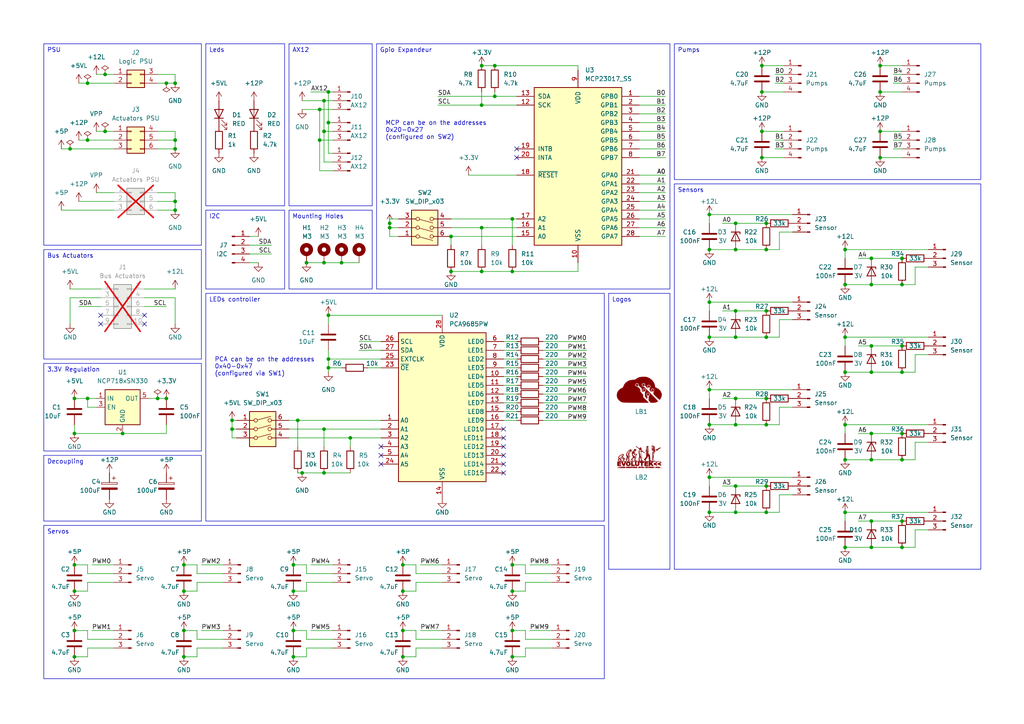
<source format=kicad_sch>
(kicad_sch (version 20230121) (generator eeschema)
  (paper "A4")
  (title_block (title "Carte Actionneurs") (date "2024-03-29") (rev "V3.0 Bis"))
  (lib_symbols
    (symbol "Connector:Conn_01x03_Pin" (pin_names (offset 1.016) hide)
      (property "Reference" "J" (at 0 5.08 0))
      (property "Value" "Conn_01x03_Pin" (at 0 -5.08 0))
      (symbol "Conn_01x03_Pin_1_1"
        (pin passive line (at 5.08 2.54 180) (length 3.81) (name "Pin_1") (number "1"))
        (pin passive line (at 5.08 0 180) (length 3.81) (name "Pin_2") (number "2"))
        (pin passive line (at 5.08 -2.54 180) (length 3.81) (name "Pin_3") (number "3"))
      )
    )
    (symbol "Connector:Conn_01x04_Pin" (pin_names (offset 1.016) hide)
      (property "Reference" "J" (at 0 5.08 0))
      (property "Value" "Conn_01x04_Pin" (at 0 -7.62 0))
      (symbol "Conn_01x04_Pin_1_1"
        (pin passive line (at 5.08 2.54 180) (length 3.81) (name "Pin_1") (number "1"))
        (pin passive line (at 5.08 0 180) (length 3.81) (name "Pin_2") (number "2"))
        (pin passive line (at 5.08 -2.54 180) (length 3.81) (name "Pin_3") (number "3"))
        (pin passive line (at 5.08 -5.08 180) (length 3.81) (name "Pin_4") (number "4"))
      )
    )
    (symbol "Connector_Generic:Conn_02x02_Top_Bottom" (pin_names (offset 1.016) hide)
      (property "Reference" "J" (at 1.27 2.54 0))
      (property "Value" "Conn_02x02_Top_Bottom" (at 1.27 -5.08 0))
      (symbol "Conn_02x02_Top_Bottom_1_1"
        (pin passive line (at -5.08 0 0) (length 3.81) (name "Pin_1") (number "1"))
        (pin passive line (at -5.08 -2.54 0) (length 3.81) (name "Pin_2") (number "2"))
        (pin passive line (at 7.62 0 180) (length 3.81) (name "Pin_3") (number "3"))
        (pin passive line (at 7.62 -2.54 180) (length 3.81) (name "Pin_4") (number "4"))
      )
    )
    (symbol "Connector_Generic:Conn_02x03_Top_Bottom" (pin_names (offset 1.016) hide)
      (property "Reference" "J" (at 1.27 5.08 0))
      (property "Value" "Conn_02x03_Top_Bottom" (at 1.27 -5.08 0))
      (symbol "Conn_02x03_Top_Bottom_1_1"
        (pin passive line (at -5.08 2.54 0) (length 3.81) (name "Pin_1") (number "1"))
        (pin passive line (at -5.08 0 0) (length 3.81) (name "Pin_2") (number "2"))
        (pin passive line (at -5.08 -2.54 0) (length 3.81) (name "Pin_3") (number "3"))
        (pin passive line (at 7.62 2.54 180) (length 3.81) (name "Pin_4") (number "4"))
        (pin passive line (at 7.62 0 180) (length 3.81) (name "Pin_5") (number "5"))
        (pin passive line (at 7.62 -2.54 180) (length 3.81) (name "Pin_6") (number "6"))
      )
    )
    (symbol "Connector_Generic:Conn_02x05_Odd_Even" (pin_names (offset 1.016) hide)
      (property "Reference" "J" (at 1.27 7.62 0))
      (property "Value" "Conn_02x05_Odd_Even" (at 1.27 -7.62 0))
      (symbol "Conn_02x05_Odd_Even_1_1"
        (pin passive line (at -5.08 5.08 0) (length 3.81) (name "Pin_1") (number "1"))
        (pin passive line (at 7.62 -5.08 180) (length 3.81) (name "Pin_10") (number "10"))
        (pin passive line (at 7.62 5.08 180) (length 3.81) (name "Pin_2") (number "2"))
        (pin passive line (at -5.08 2.54 0) (length 3.81) (name "Pin_3") (number "3"))
        (pin passive line (at 7.62 2.54 180) (length 3.81) (name "Pin_4") (number "4"))
        (pin passive line (at -5.08 0 0) (length 3.81) (name "Pin_5") (number "5"))
        (pin passive line (at 7.62 0 180) (length 3.81) (name "Pin_6") (number "6"))
        (pin passive line (at -5.08 -2.54 0) (length 3.81) (name "Pin_7") (number "7"))
        (pin passive line (at 7.62 -2.54 180) (length 3.81) (name "Pin_8") (number "8"))
        (pin passive line (at -5.08 -5.08 0) (length 3.81) (name "Pin_9") (number "9"))
      )
    )
    (symbol "Device:C" (pin_numbers hide) (pin_names (offset 0.254))
      (property "Reference" "C" (at 0.635 2.54 0))
      (property "Value" "C" (at 0.635 -2.54 0))
      (symbol "C_1_1"
        (pin passive line (at 0 3.81 270) (length 2.794) (name "~") (number "1"))
        (pin passive line (at 0 -3.81 90) (length 2.794) (name "~") (number "2"))
      )
    )
    (symbol "Device:C_Polarized" (pin_numbers hide) (pin_names (offset 0.254))
      (property "Reference" "C" (at 0.635 2.54 0))
      (property "Value" "C_Polarized" (at 0.635 -2.54 0))
      (symbol "C_Polarized_1_1"
        (pin passive line (at 0 3.81 270) (length 2.794) (name "~") (number "1"))
        (pin passive line (at 0 -3.81 90) (length 2.794) (name "~") (number "2"))
      )
    )
    (symbol "Device:D_Zener" (pin_numbers hide) (pin_names (offset 1.016) hide)
      (property "Reference" "D" (at 0 2.54 0))
      (property "Value" "D_Zener" (at 0 -2.54 0))
      (symbol "D_Zener_1_1"
        (pin passive line (at -3.81 0 0) (length 2.54) (name "K") (number "1"))
        (pin passive line (at 3.81 0 180) (length 2.54) (name "A") (number "2"))
      )
    )
    (symbol "Device:LED" (pin_numbers hide) (pin_names (offset 1.016) hide)
      (property "Reference" "D" (at 0 2.54 0))
      (property "Value" "LED" (at 0 -2.54 0))
      (symbol "LED_1_1"
        (pin passive line (at -3.81 0 0) (length 2.54) (name "K") (number "1"))
        (pin passive line (at 3.81 0 180) (length 2.54) (name "A") (number "2"))
      )
    )
    (symbol "Device:R" (pin_numbers hide) (pin_names (offset 0))
      (property "Reference" "R" (at 2.032 0 90))
      (property "Value" "R" (at 0 0 90))
      (symbol "R_1_1"
        (pin passive line (at 0 3.81 270) (length 1.27) (name "~") (number "1"))
        (pin passive line (at 0 -3.81 90) (length 1.27) (name "~") (number "2"))
      )
    )
    (symbol "Driver_LED:PCA9685PW"
      (property "Reference" "U" (at -12.7 22.225 0))
      (property "Value" "PCA9685PW" (at 1.27 22.225 0))
      (symbol "PCA9685PW_1_1"
        (pin input line (at -17.78 -5.08 0) (length 5.08) (name "A0") (number "1"))
        (pin output line (at 17.78 7.62 180) (length 5.08) (name "LED4") (number "10"))
        (pin output line (at 17.78 5.08 180) (length 5.08) (name "LED5") (number "11"))
        (pin output line (at 17.78 2.54 180) (length 5.08) (name "LED6") (number "12"))
        (pin output line (at 17.78 0 180) (length 5.08) (name "LED7") (number "13"))
        (pin power_in line (at 0 -27.94 90) (length 5.08) (name "VSS") (number "14"))
        (pin output line (at 17.78 -2.54 180) (length 5.08) (name "LED8") (number "15"))
        (pin output line (at 17.78 -5.08 180) (length 5.08) (name "LED9") (number "16"))
        (pin output line (at 17.78 -7.62 180) (length 5.08) (name "LED10") (number "17"))
        (pin output line (at 17.78 -10.16 180) (length 5.08) (name "LED11") (number "18"))
        (pin output line (at 17.78 -12.7 180) (length 5.08) (name "LED12") (number "19"))
        (pin input line (at -17.78 -7.62 0) (length 5.08) (name "A1") (number "2"))
        (pin output line (at 17.78 -15.24 180) (length 5.08) (name "LED13") (number "20"))
        (pin output line (at 17.78 -17.78 180) (length 5.08) (name "LED14") (number "21"))
        (pin output line (at 17.78 -20.32 180) (length 5.08) (name "LED15") (number "22"))
        (pin input line (at -17.78 10.16 0) (length 5.08) (name "~{OE}") (number "23"))
        (pin input line (at -17.78 -17.78 0) (length 5.08) (name "A5") (number "24"))
        (pin input line (at -17.78 12.7 0) (length 5.08) (name "EXTCLK") (number "25"))
        (pin input line (at -17.78 17.78 0) (length 5.08) (name "SCL") (number "26"))
        (pin bidirectional line (at -17.78 15.24 0) (length 5.08) (name "SDA") (number "27"))
        (pin power_in line (at 0 25.4 270) (length 5.08) (name "VDD") (number "28"))
        (pin input line (at -17.78 -10.16 0) (length 5.08) (name "A2") (number "3"))
        (pin input line (at -17.78 -12.7 0) (length 5.08) (name "A3") (number "4"))
        (pin input line (at -17.78 -15.24 0) (length 5.08) (name "A4") (number "5"))
        (pin output line (at 17.78 17.78 180) (length 5.08) (name "LED0") (number "6"))
        (pin output line (at 17.78 15.24 180) (length 5.08) (name "LED1") (number "7"))
        (pin output line (at 17.78 12.7 180) (length 5.08) (name "LED2") (number "8"))
        (pin output line (at 17.78 10.16 180) (length 5.08) (name "LED3") (number "9"))
      )
    )
    (symbol "Interface_Expansion:MCP23017_SS" (pin_names (offset 1.016))
      (property "Reference" "U" (at -11.43 24.13 0))
      (property "Value" "MCP23017_SS" (at 0 0 0))
      (symbol "MCP23017_SS_1_1"
        (pin bidirectional line (at 17.78 20.32 180) (length 5.08) (name "GPB0") (number "1"))
        (pin power_in line (at 0 -27.94 90) (length 5.08) (name "VSS") (number "10"))
        (pin no_connect line (at -12.7 15.24 0) (length 5.08) hide (name "NC") (number "11"))
        (pin input line (at -17.78 17.78 0) (length 5.08) (name "SCK") (number "12"))
        (pin bidirectional line (at -17.78 20.32 0) (length 5.08) (name "SDA") (number "13"))
        (pin no_connect line (at -12.7 12.7 0) (length 5.08) hide (name "NC") (number "14"))
        (pin input line (at -17.78 -20.32 0) (length 5.08) (name "A0") (number "15"))
        (pin input line (at -17.78 -17.78 0) (length 5.08) (name "A1") (number "16"))
        (pin input line (at -17.78 -15.24 0) (length 5.08) (name "A2") (number "17"))
        (pin input line (at -17.78 -2.54 0) (length 5.08) (name "~{RESET}") (number "18"))
        (pin tri_state line (at -17.78 5.08 0) (length 5.08) (name "INTB") (number "19"))
        (pin bidirectional line (at 17.78 17.78 180) (length 5.08) (name "GPB1") (number "2"))
        (pin tri_state line (at -17.78 2.54 0) (length 5.08) (name "INTA") (number "20"))
        (pin bidirectional line (at 17.78 -2.54 180) (length 5.08) (name "GPA0") (number "21"))
        (pin bidirectional line (at 17.78 -5.08 180) (length 5.08) (name "GPA1") (number "22"))
        (pin bidirectional line (at 17.78 -7.62 180) (length 5.08) (name "GPA2") (number "23"))
        (pin bidirectional line (at 17.78 -10.16 180) (length 5.08) (name "GPA3") (number "24"))
        (pin bidirectional line (at 17.78 -12.7 180) (length 5.08) (name "GPA4") (number "25"))
        (pin bidirectional line (at 17.78 -15.24 180) (length 5.08) (name "GPA5") (number "26"))
        (pin bidirectional line (at 17.78 -17.78 180) (length 5.08) (name "GPA6") (number "27"))
        (pin bidirectional line (at 17.78 -20.32 180) (length 5.08) (name "GPA7") (number "28"))
        (pin bidirectional line (at 17.78 15.24 180) (length 5.08) (name "GPB2") (number "3"))
        (pin bidirectional line (at 17.78 12.7 180) (length 5.08) (name "GPB3") (number "4"))
        (pin bidirectional line (at 17.78 10.16 180) (length 5.08) (name "GPB4") (number "5"))
        (pin bidirectional line (at 17.78 7.62 180) (length 5.08) (name "GPB5") (number "6"))
        (pin bidirectional line (at 17.78 5.08 180) (length 5.08) (name "GPB6") (number "7"))
        (pin bidirectional line (at 17.78 2.54 180) (length 5.08) (name "GPB7") (number "8"))
        (pin power_in line (at 0 27.94 270) (length 5.08) (name "VDD") (number "9"))
      )
    )
    (symbol "MarkingEvo:Logo Aisler" (pin_numbers hide) (pin_names (offset 0) hide) (in_bom no)
      (property "Reference" "LB" (at 0 5.08 0))
    )
    (symbol "MarkingEvo:Logo Evolutek" (pin_numbers hide) (pin_names (offset 0) hide) (in_bom no)
      (property "Reference" "LB" (at 0 3.8378 0))
    )
    (symbol "Mechanical:MountingHole_Pad" (pin_numbers hide) (pin_names (offset 1.016) hide)
      (property "Reference" "H" (at 0 6.35 0))
      (property "Value" "MountingHole_Pad" (at 0 4.445 0))
      (symbol "MountingHole_Pad_1_1"
        (pin input line (at 0 -2.54 90) (length 2.54) (name "1") (number "1"))
      )
    )
    (symbol "Regulator_Linear:NCP718xSN330"
      (property "Reference" "U" (at -3.81 6.35 0))
      (property "Value" "NCP718xSN330" (at 6.35 6.35 0))
      (symbol "NCP718xSN330_0_1"
        (pin power_in line (at -7.62 2.54 0) (length 2.54) (name "IN") (number "1"))
        (pin power_in line (at 0 -7.62 90) (length 2.54) (name "GND") (number "2"))
        (pin input line (at -7.62 0 0) (length 2.54) (name "EN") (number "3"))
        (pin no_connect line (at 5.08 0 180) (length 2.54) hide (name "NC") (number "4"))
        (pin power_out line (at 7.62 2.54 180) (length 2.54) (name "OUT") (number "5"))
      )
    )
    (symbol "Switch:SW_DIP_x03" (pin_names (offset 0) hide)
      (property "Reference" "SW" (at 0 8.89 0))
      (property "Value" "SW_DIP_x03" (at 0 -3.81 0))
      (symbol "SW_DIP_x03_1_1"
        (pin passive line (at -7.62 5.08 0) (length 5.08) (name "~") (number "1"))
        (pin passive line (at -7.62 2.54 0) (length 5.08) (name "~") (number "2"))
        (pin passive line (at -7.62 0 0) (length 5.08) (name "~") (number "3"))
        (pin passive line (at 7.62 0 180) (length 5.08) (name "~") (number "4"))
        (pin passive line (at 7.62 2.54 180) (length 5.08) (name "~") (number "5"))
        (pin passive line (at 7.62 5.08 180) (length 5.08) (name "~") (number "6"))
      )
    )
    (symbol "power:+12L" (power) (pin_names (offset 0))
      (property "Value" "+12L" (at 0 3.556 0))
      (symbol "+12L_1_1"
        (pin power_in line (at 0 0 90) (length 0) hide (name "+12L") (number "1"))
      )
    )
    (symbol "power:+12P" (power) (pin_names (offset 0))
      (property "Value" "+12P" (at 0 3.556 0))
      (symbol "+12P_1_1"
        (pin power_in line (at 0 0 90) (length 0) hide (name "+12P") (number "1"))
      )
    )
    (symbol "power:+3.3V" (power) (pin_names (offset 0))
      (property "Value" "+3.3V" (at 0 3.556 0))
      (symbol "+3.3V_1_1"
        (pin power_in line (at 0 0 90) (length 0) hide (name "+3.3V") (number "1"))
      )
    )
    (symbol "power:+5P" (power) (pin_names (offset 0))
      (property "Value" "+5P" (at 0 3.556 0))
      (symbol "+5P_1_1"
        (pin power_in line (at 0 0 90) (length 0) hide (name "+5P") (number "1"))
      )
    )
    (symbol "power:+5VL" (power) (pin_names (offset 0))
      (property "Value" "+5VL" (at 0 3.556 0))
      (symbol "+5VL_1_1"
        (pin power_in line (at 0 0 90) (length 0) hide (name "+5VL") (number "1"))
      )
    )
    (symbol "power:GND" (power) (pin_names (offset 0))
      (property "Value" "GND" (at 0 -3.81 0))
      (symbol "GND_1_1"
        (pin power_in line (at 0 0 270) (length 0) hide (name "GND") (number "1"))
      )
    )
    (symbol "power:PWR_FLAG" (power) (pin_numbers hide) (pin_names (offset 0) hide)
      (property "Value" "PWR_FLAG" (at 0 3.81 0))
      (symbol "PWR_FLAG_0_0"
        (pin power_out line (at 0 0 90) (length 0) (name "pwr") (number "1"))
      )
    )
    (symbol "power:VPP" (power) (pin_names (offset 0))
      (property "Value" "VPP" (at 0 3.81 0))
      (symbol "VPP_1_1"
        (pin power_in line (at 0 0 90) (length 0) hide (name "VPP") (number "1"))
      )
    )
  )
  (junction (at 93.98 137.16))
  (junction (at 25.4 115.57))
  (junction (at 25.4 40.64))
  (junction (at 85.09 182.88))
  (junction (at 213.36 97.79))
  (junction (at 255.27 45.72))
  (junction (at 21.59 163.83))
  (junction (at 116.84 163.83))
  (junction (at 261.62 151.13))
  (junction (at 220.98 19.05))
  (junction (at 261.62 100.33))
  (junction (at 21.59 182.88))
  (junction (at 148.59 78.74))
  (junction (at 116.84 182.88))
  (junction (at 205.74 97.79))
  (junction (at 222.25 115.57))
  (junction (at 148.59 171.45))
  (junction (at 205.74 123.19))
  (junction (at 50.8 58.42))
  (junction (at 148.59 63.5))
  (junction (at 213.36 115.57))
  (junction (at 213.36 123.19))
  (junction (at 50.8 40.64))
  (junction (at 213.36 64.77))
  (junction (at 245.11 72.39))
  (junction (at 148.59 163.83))
  (junction (at 53.34 163.83))
  (junction (at 213.36 72.39))
  (junction (at 139.7 78.74))
  (junction (at 205.74 113.03))
  (junction (at 148.59 190.5))
  (junction (at 222.25 64.77))
  (junction (at 245.11 148.59))
  (junction (at 222.25 72.39))
  (junction (at 252.73 151.13))
  (junction (at 261.62 82.55))
  (junction (at 213.36 90.17))
  (junction (at 255.27 38.1))
  (junction (at 21.59 125.73))
  (junction (at 95.25 35.56))
  (junction (at 21.59 190.5))
  (junction (at 255.27 26.67))
  (junction (at 261.62 125.73))
  (junction (at 48.26 115.57))
  (junction (at 116.84 171.45))
  (junction (at 213.36 140.97))
  (junction (at 95.25 104.14))
  (junction (at 245.11 123.19))
  (junction (at 222.25 90.17))
  (junction (at 205.74 87.63))
  (junction (at 113.03 64.77))
  (junction (at 88.9 76.2))
  (junction (at 252.73 82.55))
  (junction (at 21.59 115.57))
  (junction (at 252.73 133.35))
  (junction (at 220.98 38.1))
  (junction (at 48.26 24.13))
  (junction (at 261.62 133.35))
  (junction (at 30.48 38.1))
  (junction (at 35.56 125.73))
  (junction (at 85.09 163.83))
  (junction (at 93.98 76.2))
  (junction (at 220.98 26.67))
  (junction (at 45.72 115.57))
  (junction (at 139.7 19.05))
  (junction (at 87.63 137.16))
  (junction (at 116.84 190.5))
  (junction (at 222.25 140.97))
  (junction (at 101.6 127))
  (junction (at 143.51 19.05))
  (junction (at 222.25 148.59))
  (junction (at 130.81 78.74))
  (junction (at 25.4 24.13))
  (junction (at 139.7 30.48))
  (junction (at 50.8 60.96))
  (junction (at 252.73 74.93))
  (junction (at 213.36 148.59))
  (junction (at 93.98 38.1))
  (junction (at 252.73 158.75))
  (junction (at 21.59 171.45))
  (junction (at 252.73 125.73))
  (junction (at 53.34 171.45))
  (junction (at 99.06 76.2))
  (junction (at 205.74 62.23))
  (junction (at 93.98 124.46))
  (junction (at 95.25 91.44))
  (junction (at 139.7 66.04))
  (junction (at 130.81 68.58))
  (junction (at 50.8 24.13))
  (junction (at 95.25 26.67))
  (junction (at 205.74 148.59))
  (junction (at 245.11 107.95))
  (junction (at 86.36 121.92))
  (junction (at 252.73 100.33))
  (junction (at 53.34 182.88))
  (junction (at 261.62 74.93))
  (junction (at 261.62 158.75))
  (junction (at 92.71 31.75))
  (junction (at 50.8 43.18))
  (junction (at 261.62 107.95))
  (junction (at 20.32 43.18))
  (junction (at 95.25 106.68))
  (junction (at 245.11 133.35))
  (junction (at 67.31 124.46))
  (junction (at 85.09 171.45))
  (junction (at 222.25 97.79))
  (junction (at 85.09 190.5))
  (junction (at 255.27 19.05))
  (junction (at 205.74 72.39))
  (junction (at 245.11 97.79))
  (junction (at 67.31 121.92))
  (junction (at 92.71 40.64))
  (junction (at 205.74 138.43))
  (junction (at 113.03 66.04))
  (junction (at 148.59 182.88))
  (junction (at 252.73 107.95))
  (junction (at 245.11 82.55))
  (junction (at 30.48 21.59))
  (junction (at 220.98 45.72))
  (junction (at 245.11 158.75))
  (junction (at 143.51 27.94))
  (junction (at 222.25 123.19))
  (junction (at 53.34 190.5))
  (junction (at 93.98 29.21))
  (no_connect (at 110.49 132.08))
  (no_connect (at 149.86 45.72))
  (no_connect (at 146.05 124.46))
  (no_connect (at 146.05 134.62))
  (no_connect (at 149.86 43.18))
  (no_connect (at 29.21 91.44))
  (no_connect (at 41.91 91.44))
  (no_connect (at 110.49 134.62))
  (no_connect (at 110.49 129.54))
  (no_connect (at 146.05 137.16))
  (no_connect (at 146.05 127))
  (no_connect (at 41.91 93.98))
  (no_connect (at 146.05 129.54))
  (no_connect (at 29.21 93.98))
  (no_connect (at 146.05 132.08))
  (wire (pts (xy 185.42 66.04) (xy 193.04 66.04)))
  (wire (pts (xy 259.08 21.59) (xy 261.62 21.59)))
  (wire (pts (xy 86.36 137.16) (xy 87.63 137.16)))
  (wire (pts (xy 25.4 118.11) (xy 27.94 118.11)))
  (wire (pts (xy 224.79 24.13) (xy 227.33 24.13)))
  (wire (pts (xy 252.73 100.33) (xy 261.62 100.33)))
  (wire (pts (xy 139.7 78.74) (xy 148.59 78.74)))
  (wire (pts (xy 21.59 115.57) (xy 25.4 115.57)))
  (wire (pts (xy 157.48 99.06) (xy 170.18 99.06)))
  (wire (pts (xy 130.81 68.58) (xy 149.86 68.58)))
  (wire (pts (xy 157.48 114.3) (xy 170.18 114.3)))
  (wire (pts (xy 229.87 143.51) (xy 226.06 143.51)))
  (wire (pts (xy 115.57 68.58) (xy 113.03 68.58)))
  (wire (pts (xy 120.65 163.83) (xy 116.84 163.83)))
  (wire (pts (xy 152.4 190.5) (xy 152.4 187.96)))
  (wire (pts (xy 259.08 43.18) (xy 261.62 43.18)))
  (wire (pts (xy 74.93 76.2) (xy 72.39 76.2)))
  (wire (pts (xy 88.9 182.88) (xy 85.09 182.88)))
  (wire (pts (xy 22.86 24.13) (xy 25.4 24.13)))
  (wire (pts (xy 95.25 101.6) (xy 95.25 104.14)))
  (wire (pts (xy 88.9 76.2) (xy 93.98 76.2)))
  (wire (pts (xy 58.42 163.83) (xy 64.77 163.83)))
  (wire (pts (xy 26.67 182.88) (xy 33.02 182.88)))
  (wire (pts (xy 88.9 187.96) (xy 96.52 187.96)))
  (wire (pts (xy 116.84 190.5) (xy 120.65 190.5)))
  (wire (pts (xy 245.11 72.39) (xy 245.11 74.93)))
  (wire (pts (xy 67.31 121.92) (xy 67.31 124.46)))
  (wire (pts (xy 205.74 113.03) (xy 205.74 115.57)))
  (wire (pts (xy 255.27 45.72) (xy 261.62 45.72)))
  (wire (pts (xy 50.8 58.42) (xy 50.8 55.88)))
  (wire (pts (xy 265.43 107.95) (xy 261.62 107.95)))
  (wire (pts (xy 205.74 138.43) (xy 205.74 140.97)))
  (wire (pts (xy 41.91 86.36) (xy 50.8 86.36)))
  (wire (pts (xy 152.4 166.37) (xy 152.4 163.83)))
  (wire (pts (xy 87.63 137.16) (xy 93.98 137.16)))
  (wire (pts (xy 96.52 185.42) (xy 88.9 185.42)))
  (wire (pts (xy 116.84 171.45) (xy 120.65 171.45)))
  (wire (pts (xy 48.26 24.13) (xy 50.8 24.13)))
  (wire (pts (xy 143.51 27.94) (xy 149.86 27.94)))
  (wire (pts (xy 245.11 82.55) (xy 252.73 82.55)))
  (wire (pts (xy 92.71 40.64) (xy 92.71 31.75)))
  (wire (pts (xy 226.06 143.51) (xy 226.06 148.59)))
  (wire (pts (xy 95.25 91.44) (xy 95.25 93.98)))
  (wire (pts (xy 265.43 82.55) (xy 261.62 82.55)))
  (wire (pts (xy 143.51 19.05) (xy 167.64 19.05)))
  (wire (pts (xy 20.32 86.36) (xy 20.32 93.98)))
  (wire (pts (xy 205.74 113.03) (xy 229.87 113.03)))
  (wire (pts (xy 152.4 171.45) (xy 152.4 168.91)))
  (wire (pts (xy 148.59 63.5) (xy 148.59 71.12)))
  (wire (pts (xy 245.11 97.79) (xy 269.24 97.79)))
  (wire (pts (xy 22.86 88.9) (xy 29.21 88.9)))
  (wire (pts (xy 146.05 99.06) (xy 149.86 99.06)))
  (wire (pts (xy 185.42 30.48) (xy 193.04 30.48)))
  (wire (pts (xy 92.71 49.53) (xy 96.52 49.53)))
  (wire (pts (xy 67.31 124.46) (xy 67.31 127)))
  (wire (pts (xy 45.72 43.18) (xy 50.8 43.18)))
  (wire (pts (xy 29.21 86.36) (xy 20.32 86.36)))
  (wire (pts (xy 265.43 77.47) (xy 265.43 82.55)))
  (wire (pts (xy 259.08 40.64) (xy 261.62 40.64)))
  (wire (pts (xy 146.05 111.76) (xy 149.86 111.76)))
  (wire (pts (xy 146.05 119.38) (xy 149.86 119.38)))
  (wire (pts (xy 33.02 185.42) (xy 25.4 185.42)))
  (wire (pts (xy 213.36 123.19) (xy 222.25 123.19)))
  (wire (pts (xy 45.72 115.57) (xy 48.26 115.57)))
  (wire (pts (xy 229.87 92.71) (xy 226.06 92.71)))
  (wire (pts (xy 121.92 182.88) (xy 128.27 182.88)))
  (wire (pts (xy 74.93 68.58) (xy 72.39 68.58)))
  (wire (pts (xy 120.65 166.37) (xy 120.65 163.83)))
  (wire (pts (xy 92.71 31.75) (xy 96.52 31.75)))
  (wire (pts (xy 245.11 123.19) (xy 245.11 125.73)))
  (wire (pts (xy 185.42 33.02) (xy 193.04 33.02)))
  (wire (pts (xy 95.25 44.45) (xy 96.52 44.45)))
  (wire (pts (xy 127 27.94) (xy 143.51 27.94)))
  (wire (pts (xy 185.42 35.56) (xy 193.04 35.56)))
  (wire (pts (xy 245.11 133.35) (xy 252.73 133.35)))
  (wire (pts (xy 209.55 90.17) (xy 213.36 90.17)))
  (wire (pts (xy 209.55 115.57) (xy 213.36 115.57)))
  (wire (pts (xy 224.79 21.59) (xy 227.33 21.59)))
  (wire (pts (xy 57.15 187.96) (xy 64.77 187.96)))
  (wire (pts (xy 152.4 182.88) (xy 148.59 182.88)))
  (wire (pts (xy 205.74 62.23) (xy 229.87 62.23)))
  (wire (pts (xy 130.81 78.74) (xy 139.7 78.74)))
  (wire (pts (xy 27.94 21.59) (xy 30.48 21.59)))
  (wire (pts (xy 57.15 171.45) (xy 57.15 168.91)))
  (wire (pts (xy 130.81 63.5) (xy 148.59 63.5)))
  (wire (pts (xy 17.78 60.96) (xy 33.02 60.96)))
  (wire (pts (xy 25.4 187.96) (xy 33.02 187.96)))
  (wire (pts (xy 101.6 129.54) (xy 101.6 127)))
  (wire (pts (xy 83.82 124.46) (xy 93.98 124.46)))
  (wire (pts (xy 48.26 125.73) (xy 48.26 123.19)))
  (wire (pts (xy 135.89 50.8) (xy 149.86 50.8)))
  (wire (pts (xy 78.74 73.66) (xy 72.39 73.66)))
  (wire (pts (xy 30.48 21.59) (xy 33.02 21.59)))
  (wire (pts (xy 21.59 171.45) (xy 25.4 171.45)))
  (wire (pts (xy 25.4 166.37) (xy 25.4 163.83)))
  (wire (pts (xy 185.42 45.72) (xy 193.04 45.72)))
  (wire (pts (xy 148.59 190.5) (xy 152.4 190.5)))
  (wire (pts (xy 213.36 72.39) (xy 222.25 72.39)))
  (wire (pts (xy 88.9 166.37) (xy 88.9 163.83)))
  (wire (pts (xy 224.79 43.18) (xy 227.33 43.18)))
  (wire (pts (xy 113.03 66.04) (xy 113.03 68.58)))
  (wire (pts (xy 88.9 190.5) (xy 88.9 187.96)))
  (wire (pts (xy 58.42 182.88) (xy 64.77 182.88)))
  (wire (pts (xy 25.4 115.57) (xy 25.4 118.11)))
  (wire (pts (xy 83.82 121.92) (xy 86.36 121.92)))
  (wire (pts (xy 252.73 82.55) (xy 261.62 82.55)))
  (wire (pts (xy 50.8 86.36) (xy 50.8 93.98)))
  (wire (pts (xy 252.73 74.93) (xy 261.62 74.93)))
  (wire (pts (xy 185.42 50.8) (xy 193.04 50.8)))
  (wire (pts (xy 50.8 21.59) (xy 50.8 24.13)))
  (wire (pts (xy 185.42 38.1) (xy 193.04 38.1)))
  (wire (pts (xy 57.15 163.83) (xy 53.34 163.83)))
  (wire (pts (xy 160.02 185.42) (xy 152.4 185.42)))
  (wire (pts (xy 143.51 26.67) (xy 143.51 27.94)))
  (wire (pts (xy 185.42 53.34) (xy 193.04 53.34)))
  (wire (pts (xy 252.73 133.35) (xy 261.62 133.35)))
  (wire (pts (xy 185.42 60.96) (xy 193.04 60.96)))
  (wire (pts (xy 41.91 88.9) (xy 48.26 88.9)))
  (wire (pts (xy 90.17 182.88) (xy 96.52 182.88)))
  (wire (pts (xy 205.74 62.23) (xy 205.74 64.77)))
  (wire (pts (xy 157.48 106.68) (xy 170.18 106.68)))
  (wire (pts (xy 43.18 115.57) (xy 45.72 115.57)))
  (wire (pts (xy 167.64 19.05) (xy 167.64 20.32)))
  (wire (pts (xy 252.73 151.13) (xy 261.62 151.13)))
  (wire (pts (xy 85.09 190.5) (xy 88.9 190.5)))
  (wire (pts (xy 57.15 182.88) (xy 53.34 182.88)))
  (wire (pts (xy 128.27 185.42) (xy 120.65 185.42)))
  (wire (pts (xy 27.94 38.1) (xy 30.48 38.1)))
  (wire (pts (xy 128.27 166.37) (xy 120.65 166.37)))
  (wire (pts (xy 120.65 171.45) (xy 120.65 168.91)))
  (wire (pts (xy 185.42 63.5) (xy 193.04 63.5)))
  (wire (pts (xy 113.03 63.5) (xy 115.57 63.5)))
  (wire (pts (xy 95.25 26.67) (xy 95.25 35.56)))
  (wire (pts (xy 93.98 29.21) (xy 87.63 29.21)))
  (wire (pts (xy 120.65 187.96) (xy 128.27 187.96)))
  (wire (pts (xy 157.48 119.38) (xy 170.18 119.38)))
  (wire (pts (xy 113.03 63.5) (xy 113.03 64.77)))
  (wire (pts (xy 146.05 114.3) (xy 149.86 114.3)))
  (wire (pts (xy 95.25 106.68) (xy 99.06 106.68)))
  (wire (pts (xy 153.67 163.83) (xy 160.02 163.83)))
  (wire (pts (xy 22.86 58.42) (xy 33.02 58.42)))
  (wire (pts (xy 269.24 77.47) (xy 265.43 77.47)))
  (wire (pts (xy 95.25 104.14) (xy 95.25 106.68)))
  (wire (pts (xy 220.98 26.67) (xy 227.33 26.67)))
  (wire (pts (xy 148.59 171.45) (xy 152.4 171.45)))
  (wire (pts (xy 104.14 101.6) (xy 110.49 101.6)))
  (wire (pts (xy 185.42 40.64) (xy 193.04 40.64)))
  (wire (pts (xy 152.4 168.91) (xy 160.02 168.91)))
  (wire (pts (xy 185.42 43.18) (xy 193.04 43.18)))
  (wire (pts (xy 226.06 97.79) (xy 222.25 97.79)))
  (wire (pts (xy 25.4 190.5) (xy 25.4 187.96)))
  (wire (pts (xy 146.05 101.6) (xy 149.86 101.6)))
  (wire (pts (xy 213.36 115.57) (xy 222.25 115.57)))
  (wire (pts (xy 21.59 125.73) (xy 35.56 125.73)))
  (wire (pts (xy 96.52 29.21) (xy 93.98 29.21)))
  (wire (pts (xy 64.77 185.42) (xy 57.15 185.42)))
  (wire (pts (xy 255.27 38.1) (xy 261.62 38.1)))
  (wire (pts (xy 226.06 92.71) (xy 226.06 97.79)))
  (wire (pts (xy 160.02 166.37) (xy 152.4 166.37)))
  (wire (pts (xy 152.4 187.96) (xy 160.02 187.96)))
  (wire (pts (xy 226.06 148.59) (xy 222.25 148.59)))
  (wire (pts (xy 45.72 58.42) (xy 50.8 58.42)))
  (wire (pts (xy 99.06 76.2) (xy 104.14 76.2)))
  (wire (pts (xy 224.79 40.64) (xy 227.33 40.64)))
  (wire (pts (xy 106.68 106.68) (xy 110.49 106.68)))
  (wire (pts (xy 88.9 171.45) (xy 88.9 168.91)))
  (wire (pts (xy 120.65 182.88) (xy 116.84 182.88)))
  (wire (pts (xy 265.43 158.75) (xy 261.62 158.75)))
  (wire (pts (xy 88.9 168.91) (xy 96.52 168.91)))
  (wire (pts (xy 226.06 118.11) (xy 226.06 123.19)))
  (wire (pts (xy 139.7 66.04) (xy 139.7 71.12)))
  (wire (pts (xy 120.65 168.91) (xy 128.27 168.91)))
  (wire (pts (xy 205.74 72.39) (xy 213.36 72.39)))
  (wire (pts (xy 78.74 71.12) (xy 72.39 71.12)))
  (wire (pts (xy 255.27 19.05) (xy 261.62 19.05)))
  (wire (pts (xy 259.08 24.13) (xy 261.62 24.13)))
  (wire (pts (xy 146.05 106.68) (xy 149.86 106.68)))
  (wire (pts (xy 185.42 58.42) (xy 193.04 58.42)))
  (wire (pts (xy 205.74 138.43) (xy 229.87 138.43)))
  (wire (pts (xy 252.73 125.73) (xy 261.62 125.73)))
  (wire (pts (xy 25.4 185.42) (xy 25.4 182.88)))
  (wire (pts (xy 245.11 158.75) (xy 252.73 158.75)))
  (wire (pts (xy 252.73 158.75) (xy 261.62 158.75)))
  (wire (pts (xy 50.8 43.18) (xy 50.8 40.64)))
  (wire (pts (xy 269.24 153.67) (xy 265.43 153.67)))
  (wire (pts (xy 146.05 116.84) (xy 149.86 116.84)))
  (wire (pts (xy 88.9 163.83) (xy 85.09 163.83)))
  (wire (pts (xy 213.36 90.17) (xy 222.25 90.17)))
  (wire (pts (xy 17.78 43.18) (xy 20.32 43.18)))
  (wire (pts (xy 226.06 123.19) (xy 222.25 123.19)))
  (wire (pts (xy 33.02 166.37) (xy 25.4 166.37)))
  (wire (pts (xy 95.25 91.44) (xy 128.27 91.44)))
  (wire (pts (xy 53.34 171.45) (xy 57.15 171.45)))
  (wire (pts (xy 205.74 123.19) (xy 213.36 123.19)))
  (wire (pts (xy 93.98 124.46) (xy 110.49 124.46)))
  (wire (pts (xy 86.36 121.92) (xy 110.49 121.92)))
  (wire (pts (xy 95.25 26.67) (xy 90.17 26.67)))
  (wire (pts (xy 85.09 171.45) (xy 88.9 171.45)))
  (wire (pts (xy 139.7 26.67) (xy 139.7 30.48)))
  (wire (pts (xy 265.43 102.87) (xy 265.43 107.95)))
  (wire (pts (xy 157.48 104.14) (xy 170.18 104.14)))
  (wire (pts (xy 220.98 45.72) (xy 227.33 45.72)))
  (wire (pts (xy 25.4 182.88) (xy 21.59 182.88)))
  (wire (pts (xy 157.48 109.22) (xy 170.18 109.22)))
  (wire (pts (xy 88.9 185.42) (xy 88.9 182.88)))
  (wire (pts (xy 245.11 148.59) (xy 245.11 151.13)))
  (wire (pts (xy 205.74 87.63) (xy 205.74 90.17)))
  (wire (pts (xy 248.92 125.73) (xy 252.73 125.73)))
  (wire (pts (xy 45.72 24.13) (xy 48.26 24.13)))
  (wire (pts (xy 50.8 55.88) (xy 45.72 55.88)))
  (wire (pts (xy 20.32 43.18) (xy 33.02 43.18)))
  (wire (pts (xy 30.48 38.1) (xy 33.02 38.1)))
  (wire (pts (xy 90.17 163.83) (xy 96.52 163.83)))
  (wire (pts (xy 92.71 49.53) (xy 92.71 40.64)))
  (wire (pts (xy 245.11 107.95) (xy 252.73 107.95)))
  (wire (pts (xy 35.56 125.73) (xy 48.26 125.73)))
  (wire (pts (xy 21.59 123.19) (xy 21.59 125.73)))
  (wire (pts (xy 185.42 55.88) (xy 193.04 55.88)))
  (wire (pts (xy 21.59 190.5) (xy 25.4 190.5)))
  (wire (pts (xy 265.43 133.35) (xy 261.62 133.35)))
  (wire (pts (xy 130.81 68.58) (xy 130.81 71.12)))
  (wire (pts (xy 57.15 190.5) (xy 57.15 187.96)))
  (wire (pts (xy 50.8 60.96) (xy 50.8 58.42)))
  (wire (pts (xy 245.11 123.19) (xy 269.24 123.19)))
  (wire (pts (xy 167.64 78.74) (xy 167.64 76.2)))
  (wire (pts (xy 157.48 116.84) (xy 170.18 116.84)))
  (wire (pts (xy 57.15 168.91) (xy 64.77 168.91)))
  (wire (pts (xy 213.36 64.77) (xy 222.25 64.77)))
  (wire (pts (xy 220.98 38.1) (xy 227.33 38.1)))
  (wire (pts (xy 148.59 78.74) (xy 167.64 78.74)))
  (wire (pts (xy 157.48 111.76) (xy 170.18 111.76)))
  (wire (pts (xy 95.25 35.56) (xy 95.25 44.45)))
  (wire (pts (xy 248.92 151.13) (xy 252.73 151.13)))
  (wire (pts (xy 157.48 101.6) (xy 170.18 101.6)))
  (wire (pts (xy 93.98 29.21) (xy 93.98 38.1)))
  (wire (pts (xy 252.73 107.95) (xy 261.62 107.95)))
  (wire (pts (xy 113.03 66.04) (xy 113.03 64.77)))
  (wire (pts (xy 93.98 137.16) (xy 101.6 137.16)))
  (wire (pts (xy 153.67 182.88) (xy 160.02 182.88)))
  (wire (pts (xy 220.98 19.05) (xy 227.33 19.05)))
  (wire (pts (xy 95.25 106.68) (xy 95.25 107.95)))
  (wire (pts (xy 229.87 118.11) (xy 226.06 118.11)))
  (wire (pts (xy 248.92 100.33) (xy 252.73 100.33)))
  (wire (pts (xy 25.4 115.57) (xy 27.94 115.57)))
  (wire (pts (xy 185.42 68.58) (xy 193.04 68.58)))
  (wire (pts (xy 226.06 67.31) (xy 226.06 72.39)))
  (wire (pts (xy 229.87 67.31) (xy 226.06 67.31)))
  (wire (pts (xy 265.43 153.67) (xy 265.43 158.75)))
  (wire (pts (xy 20.32 83.82) (xy 29.21 83.82)))
  (wire (pts (xy 146.05 104.14) (xy 149.86 104.14)))
  (wire (pts (xy 205.74 148.59) (xy 213.36 148.59)))
  (wire (pts (xy 86.36 121.92) (xy 86.36 129.54)))
  (wire (pts (xy 50.8 40.64) (xy 50.8 38.1)))
  (wire (pts (xy 139.7 66.04) (xy 149.86 66.04)))
  (wire (pts (xy 68.58 127) (xy 67.31 127)))
  (wire (pts (xy 245.11 97.79) (xy 245.11 100.33)))
  (wire (pts (xy 157.48 121.92) (xy 170.18 121.92)))
  (wire (pts (xy 121.92 163.83) (xy 128.27 163.83)))
  (wire (pts (xy 120.65 185.42) (xy 120.65 182.88)))
  (wire (pts (xy 139.7 19.05) (xy 143.51 19.05)))
  (wire (pts (xy 226.06 72.39) (xy 222.25 72.39)))
  (wire (pts (xy 265.43 128.27) (xy 265.43 133.35)))
  (wire (pts (xy 45.72 21.59) (xy 50.8 21.59)))
  (wire (pts (xy 139.7 30.48) (xy 149.86 30.48)))
  (wire (pts (xy 127 30.48) (xy 139.7 30.48)))
  (wire (pts (xy 26.67 163.83) (xy 33.02 163.83)))
  (wire (pts (xy 87.63 31.75) (xy 92.71 31.75)))
  (wire (pts (xy 25.4 163.83) (xy 21.59 163.83)))
  (wire (pts (xy 101.6 127) (xy 110.49 127)))
  (wire (pts (xy 50.8 38.1) (xy 45.72 38.1)))
  (wire (pts (xy 152.4 163.83) (xy 148.59 163.83)))
  (wire (pts (xy 53.34 190.5) (xy 57.15 190.5)))
  (wire (pts (xy 205.74 87.63) (xy 229.87 87.63)))
  (wire (pts (xy 41.91 83.82) (xy 50.8 83.82)))
  (wire (pts (xy 22.86 40.64) (xy 25.4 40.64)))
  (wire (pts (xy 67.31 121.92) (xy 68.58 121.92)))
  (wire (pts (xy 93.98 129.54) (xy 93.98 124.46)))
  (wire (pts (xy 92.71 40.64) (xy 96.52 40.64)))
  (wire (pts (xy 146.05 109.22) (xy 149.86 109.22)))
  (wire (pts (xy 110.49 104.14) (xy 95.25 104.14)))
  (wire (pts (xy 27.94 55.88) (xy 33.02 55.88)))
  (wire (pts (xy 57.15 185.42) (xy 57.15 182.88)))
  (wire (pts (xy 245.11 148.59) (xy 269.24 148.59)))
  (wire (pts (xy 45.72 40.64) (xy 50.8 40.64)))
  (wire (pts (xy 83.82 127) (xy 101.6 127)))
  (wire (pts (xy 25.4 168.91) (xy 33.02 168.91)))
  (wire (pts (xy 185.42 27.94) (xy 193.04 27.94)))
  (wire (pts (xy 205.74 97.79) (xy 213.36 97.79)))
  (wire (pts (xy 93.98 38.1) (xy 96.52 38.1)))
  (wire (pts (xy 93.98 38.1) (xy 93.98 46.99)))
  (wire (pts (xy 96.52 166.37) (xy 88.9 166.37)))
  (wire (pts (xy 213.36 148.59) (xy 222.25 148.59)))
  (wire (pts (xy 104.14 99.06) (xy 110.49 99.06)))
  (wire (pts (xy 152.4 185.42) (xy 152.4 182.88)))
  (wire (pts (xy 269.24 102.87) (xy 265.43 102.87)))
  (wire (pts (xy 213.36 97.79) (xy 222.25 97.79)))
  (wire (pts (xy 25.4 24.13) (xy 33.02 24.13)))
  (wire (pts (xy 93.98 46.99) (xy 96.52 46.99)))
  (wire (pts (xy 269.24 128.27) (xy 265.43 128.27)))
  (wire (pts (xy 113.03 66.04) (xy 115.57 66.04)))
  (wire (pts (xy 213.36 140.97) (xy 222.25 140.97)))
  (wire (pts (xy 248.92 74.93) (xy 252.73 74.93)))
  (wire (pts (xy 130.81 66.04) (xy 139.7 66.04)))
  (wire (pts (xy 95.25 35.56) (xy 96.52 35.56)))
  (wire (pts (xy 255.27 26.67) (xy 261.62 26.67)))
  (wire (pts (xy 25.4 171.45) (xy 25.4 168.91)))
  (wire (pts (xy 67.31 124.46) (xy 68.58 124.46)))
  (wire (pts (xy 96.52 26.67) (xy 95.25 26.67)))
  (wire (pts (xy 146.05 121.92) (xy 149.86 121.92)))
  (wire (pts (xy 64.77 166.37) (xy 57.15 166.37)))
  (wire (pts (xy 45.72 60.96) (xy 50.8 60.96)))
  (wire (pts (xy 120.65 190.5) (xy 120.65 187.96)))
  (wire (pts (xy 57.15 166.37) (xy 57.15 163.83)))
  (wire (pts (xy 93.98 76.2) (xy 99.06 76.2)))
  (wire (pts (xy 209.55 64.77) (xy 213.36 64.77)))
  (wire (pts (xy 209.55 140.97) (xy 213.36 140.97)))
  (wire (pts (xy 148.59 63.5) (xy 149.86 63.5)))
  (wire (pts (xy 25.4 40.64) (xy 33.02 40.64)))
  (wire (pts (xy 245.11 72.39) (xy 269.24 72.39)))
  (text_box "Decoupling" (at 12.7 132.08 0) (size 45.72 19.05) (effects (font (size 1.27 1.27)) (justify left top)))
  (text_box "LEDs controller" (at 59.69 85.09 0) (size 115.57 66.04) (effects (font (size 1.27 1.27)) (justify left top)))
  (text_box "Pumps" (at 195.58 12.7 0) (size 88.9 39.37) (effects (font (size 1.27 1.27)) (justify left top)))
  (text_box "3.3V Regulation" (at 12.7 105.41 0) (size 45.72 25.4) (effects (font (size 1.27 1.27)) (justify left top)))
  (text_box "AX12" (at 83.82 12.7 0) (size 24.13 46.99) (effects (font (size 1.27 1.27)) (justify left top)))
  (text_box "Gpio Expandeur" (at 109.22 12.7 0) (size 85.09 71.12) (effects (font (size 1.27 1.27)) (justify left top)))
  (text_box "Bus Actuators" (at 12.7 72.39 0) (size 45.72 31.75) (effects (font (size 1.27 1.27)) (justify left top)))
  (text_box "PSU" (at 12.7 12.7 0) (size 45.72 58.42) (effects (font (size 1.27 1.27)) (justify left top)))
  (text_box "Sensors" (at 195.58 53.34 0) (size 88.9 111.76) (effects (font (size 1.27 1.27)) (justify left top)))
  (text_box "I2C" (at 59.69 60.96 0) (size 22.86 22.86) (effects (font (size 1.27 1.27)) (justify left top)))
  (text_box "Leds" (at 59.69 12.7 0) (size 22.86 46.99) (effects (font (size 1.27 1.27)) (justify left top)))
  (text_box "Servos" (at 12.7 152.4 0) (size 162.56 44.45) (effects (font (size 1.27 1.27)) (justify left top)))
  (text_box "Logos" (at 176.53 85.09 0) (size 17.78 80.01) (effects (font (size 1.27 1.27)) (justify left top)))
  (text_box "Mounting Holes" (at 83.82 60.96 0) (size 24.13 22.86) (effects (font (size 1.27 1.27)) (justify left top)))
  (text "MCP can be on the addresses\n0x20-0x27\n(configured on SW2)" (at 111.76 40.64 0) (effects (font (size 1.27 1.27)) (justify left bottom)))
  (text "PCA can be on the addresses\n0x40-0x47\n(configured via SW1)" (at 62.23 109.22 0) (effects (font (size 1.27 1.27)) (justify left bottom)))
  (label "B0" (at 193.04 27.94 180))
  (label "A5" (at 193.04 63.5 180))
  (label "SCL" (at 48.26 88.9 180))
  (label "B4" (at 193.04 38.1 180))
  (label "SDA" (at 104.14 101.6 0))
  (label "PWM6" (at 121.92 163.83 0))
  (label "A0" (at 193.04 50.8 180))
  (label "A4" (at 193.04 60.96 180))
  (label "A6" (at 248.92 125.73 0))
  (label "A1" (at 193.04 53.34 180))
  (label "B5" (at 193.04 40.64 180))
  (label "PWM1" (at 26.67 182.88 0))
  (label "A0" (at 209.55 64.77 0))
  (label "AX12" (at 90.17 26.67 0))
  (label "A7" (at 248.92 151.13 0))
  (label "A7" (at 193.04 68.58 180))
  (label "B1" (at 224.79 40.64 0))
  (label "PWM4" (at 90.17 163.83 0))
  (label "A5" (at 248.92 100.33 0))
  (label "PWM0" (at 26.67 163.83 0))
  (label "PWM2" (at 58.42 163.83 0))
  (label "SCL" (at 104.14 99.06 0))
  (label "B1" (at 193.04 30.48 180))
  (label "A0" (at 193.04 50.8 180))
  (label "PWM3" (at 58.42 182.88 0))
  (label "PWM7" (at 170.18 116.84 180))
  (label "B0" (at 224.79 21.59 0))
  (label "B3" (at 224.79 43.18 0))
  (label "A2" (at 193.04 55.88 180))
  (label "B6" (at 193.04 43.18 180))
  (label "PWM8" (at 153.67 163.83 0))
  (label "B5" (at 259.08 40.64 0))
  (label "A1" (at 209.55 90.17 0))
  (label "B2" (at 224.79 24.13 0))
  (label "SDA" (at 127 27.94 0))
  (label "PWM5" (at 90.17 182.88 0))
  (label "PWM9" (at 153.67 182.88 0))
  (label "PWM9" (at 170.18 121.92 180))
  (label "B6" (at 259.08 24.13 0))
  (label "PWM7" (at 121.92 182.88 0))
  (label "B7" (at 259.08 43.18 0))
  (label "B2" (at 193.04 33.02 180))
  (label "SCL" (at 78.74 73.66 180))
  (label "PWM3" (at 170.18 106.68 180))
  (label "PWM1" (at 170.18 101.6 180))
  (label "PWM2" (at 170.18 104.14 180))
  (label "A4" (at 248.92 74.93 0))
  (label "SCL" (at 127 30.48 0))
  (label "PWM0" (at 170.18 99.06 180))
  (label "A6" (at 193.04 66.04 180))
  (label "PWM8" (at 170.18 119.38 180))
  (label "A3" (at 193.04 58.42 180))
  (label "SDA" (at 22.86 88.9 0))
  (label "B4" (at 259.08 21.59 0))
  (label "SDA" (at 78.74 71.12 180))
  (label "PWM5" (at 170.18 111.76 180))
  (label "PWM6" (at 170.18 114.3 180))
  (label "B3" (at 193.04 35.56 180))
  (label "A2" (at 209.55 115.57 0))
  (label "B7" (at 193.04 45.72 180))
  (label "PWM4" (at 170.18 109.22 180))
  (label "A3" (at 209.55 140.97 0))
  (symbol (lib_id "Device:R") (at 153.67 101.6 90) (unit 1)
    (property "Reference" "R13" (at 148.59 100.33 90))
    (property "Value" "220" (at 160.02 100.33 90))
    (property "Footprint" "Resistor_SMD:R_0603_1608Metric" (effects hide))
  )
  (symbol (lib_id "Device:D_Zener") (at 252.73 154.94 270) (unit 1)
    (property "Reference" "D10" (at 250.19 153.67 90) (effects (justify right)))
    (property "Value" "3V" (at 250.19 156.21 90) (effects (justify right)))
    (property "Footprint" "Diode_SMD:D_SOD-523" (effects hide))
  )
  (symbol (lib_id "Device:R") (at 143.51 22.86 0) (unit 1)
    (property "Reference" "R10" (at 146.05 21.59 0) (effects (justify left)))
    (property "Value" "4.7k" (at 146.05 24.13 0) (effects (justify left)))
    (property "Footprint" "Resistor_SMD:R_0603_1608Metric" (effects hide))
  )
  (symbol (lib_id "power:GND") (at 50.8 93.98 0) (unit 1)
    (property "Reference" "#PWR026" (effects hide))
    (property "Value" "GND" (at 50.8 97.79 0))
  )
  (symbol (lib_id "power:+5P") (at 116.84 163.83 0) (unit 1)
    (property "Reference" "#PWR049" (effects hide))
    (property "Value" "+5P" (at 116.84 160.02 0))
  )
  (symbol (lib_id "Connector:Conn_01x03_Pin") (at 274.32 100.33 0) (mirror y) (unit 1)
    (property "Reference" "J30" (at 275.59 99.06 0) (effects (justify right)))
    (property "Value" "Sensor" (at 275.59 101.6 0) (effects (justify right)))
    (property "Footprint" "ConnectorsEvo:B03B-PASK" (effects hide))
  )
  (symbol (lib_id "power:GND") (at 245.11 107.95 0) (unit 1)
    (property "Reference" "#PWR076" (effects hide))
    (property "Value" "GND" (at 245.11 111.76 0))
  )
  (symbol (lib_id "power:GND") (at 87.63 137.16 0) (unit 1)
    (property "Reference" "#PWR044" (effects hide))
    (property "Value" "GND" (at 87.63 142.24 0))
  )
  (symbol (lib_id "power:+12L") (at 205.74 138.43 0) (unit 1)
    (property "Reference" "#PWR067" (effects hide))
    (property "Value" "+12L" (at 205.74 134.62 0))
  )
  (symbol (lib_id "Device:C") (at 255.27 22.86 0) (mirror y) (unit 1)
    (property "Reference" "C26" (at 251.46 21.59 0) (effects (justify left)))
    (property "Value" "4.7uF" (at 251.46 24.13 0) (effects (justify left)))
    (property "Footprint" "Capacitor_SMD:C_0603_1608Metric" (effects hide))
  )
  (symbol (lib_id "Device:D_Zener") (at 213.36 68.58 270) (unit 1)
    (property "Reference" "D3" (at 210.82 67.31 90) (effects (justify right)))
    (property "Value" "3V" (at 210.82 69.85 90) (effects (justify right)))
    (property "Footprint" "Diode_SMD:D_SOD-523" (effects hide))
  )
  (symbol (lib_id "Device:C_Polarized") (at 48.26 140.97 0) (mirror y) (unit 1)
    (property "Reference" "C6" (at 45.72 139.7 0) (effects (justify left)))
    (property "Value" "100uF" (at 45.72 142.24 0) (effects (justify left)))
    (property "Footprint" "Capacitor_SMD:CP_Elec_6.3x7.7" (effects hide))
  )
  (symbol (lib_id "power:VPP") (at 27.94 55.88 0) (unit 1)
    (property "Reference" "#PWR016" (effects hide))
    (property "Value" "VPP" (at 27.94 50.8 0))
  )
  (symbol (lib_id "power:+5VL") (at 95.25 91.44 0) (unit 1)
    (property "Reference" "#PWR046" (effects hide))
    (property "Value" "+5VL" (at 95.25 87.63 0))
  )
  (symbol (lib_id "power:GND") (at 87.63 31.75 0) (unit 1)
    (property "Reference" "#PWR043" (effects hide))
    (property "Value" "GND" (at 87.63 36.83 0))
  )
  (symbol (lib_id "power:+5P") (at 116.84 182.88 0) (unit 1)
    (property "Reference" "#PWR051" (effects hide))
    (property "Value" "+5P" (at 116.84 179.07 0))
  )
  (symbol (lib_id "power:GND") (at 255.27 45.72 0) (unit 1)
    (property "Reference" "#PWR084" (effects hide))
    (property "Value" "GND" (at 255.27 49.53 0))
  )
  (symbol (lib_id "power:+12L") (at 205.74 87.63 0) (unit 1)
    (property "Reference" "#PWR063" (effects hide))
    (property "Value" "+12L" (at 205.74 83.82 0))
  )
  (symbol (lib_id "power:PWR_FLAG") (at 30.48 38.1 0) (unit 1)
    (property "Reference" "#FLG05" (effects hide))
    (property "Value" "PWR_FLAG" (effects hide))
  )
  (symbol (lib_id "power:+12L") (at 205.74 113.03 0) (unit 1)
    (property "Reference" "#PWR065" (effects hide))
    (property "Value" "+12L" (at 205.74 109.22 0))
  )
  (symbol (lib_id "power:GND") (at 245.11 133.35 0) (unit 1)
    (property "Reference" "#PWR078" (effects hide))
    (property "Value" "GND" (at 245.11 137.16 0))
  )
  (symbol (lib_id "Regulator_Linear:NCP718xSN330") (at 35.56 118.11 0) (unit 1)
    (property "Reference" "U1" (at 35.56 107.95 0))
    (property "Value" "NCP718xSN330" (at 35.56 110.49 0))
    (property "Footprint" "Package_TO_SOT_SMD:SOT-23-5" (effects hide))
    (property "Datasheet" "https://www.onsemi.com/pub/Collateral/NCP718-D.PDF" (effects hide))
  )
  (symbol (lib_id "power:+12L") (at 245.11 123.19 0) (unit 1)
    (property "Reference" "#PWR077" (effects hide))
    (property "Value" "+12L" (at 245.11 119.38 0))
  )
  (symbol (lib_id "Connector:Conn_01x04_Pin") (at 232.41 40.64 0) (mirror y) (unit 1)
    (property "Reference" "J22" (at 233.68 40.64 0) (effects (justify right)))
    (property "Value" "Pumps" (at 233.68 43.18 0) (effects (justify right)))
    (property "Footprint" "ConnectorsEvo:B04B-PASK" (effects hide))
  )
  (symbol (lib_id "Device:R") (at 222.25 68.58 0) (mirror x) (unit 1)
    (property "Reference" "R22" (at 219.71 67.3099 0) (effects (justify right)))
    (property "Value" "10k" (at 219.71 69.8499 0) (effects (justify right)))
    (property "Footprint" "Resistor_SMD:R_0603_1608Metric" (effects hide))
  )
  (symbol (lib_id "power:GND") (at 245.11 82.55 0) (unit 1)
    (property "Reference" "#PWR074" (effects hide))
    (property "Value" "GND" (at 245.11 86.36 0))
  )
  (symbol (lib_id "power:+12P") (at 255.27 38.1 0) (unit 1)
    (property "Reference" "#PWR083" (effects hide))
    (property "Value" "+12P" (at 255.27 34.29 0))
  )
  (symbol (lib_id "Device:R") (at 153.67 114.3 90) (unit 1)
    (property "Reference" "R18" (at 148.59 113.03 90))
    (property "Value" "220" (at 160.02 113.03 90))
    (property "Footprint" "Resistor_SMD:R_0603_1608Metric" (effects hide))
  )
  (symbol (lib_id "power:GND") (at 205.74 97.79 0) (unit 1)
    (property "Reference" "#PWR064" (effects hide))
    (property "Value" "GND" (at 205.74 101.6 0))
  )
  (symbol (lib_id "Device:R") (at 139.7 22.86 0) (mirror y) (unit 1)
    (property "Reference" "R8" (at 137.16 21.59 0) (effects (justify left)))
    (property "Value" "4.7k" (at 137.16 24.13 0) (effects (justify left)))
    (property "Footprint" "Resistor_SMD:R_0603_1608Metric" (effects hide))
  )
  (symbol (lib_id "power:PWR_FLAG") (at 30.48 21.59 0) (unit 1)
    (property "Reference" "#FLG04" (effects hide))
    (property "Value" "PWR_FLAG" (effects hide))
  )
  (symbol (lib_id "Switch:SW_DIP_x03") (at 76.2 127 0) (unit 1)
    (property "Reference" "SW1" (at 76.2 114.3 0))
    (property "Value" "SW_DIP_x03" (at 76.2 116.84 0))
    (property "Footprint" "Button_Switch_SMD:SW_DIP_SPSTx03_Slide_KingTek_DSHP03TS_W7.62mm_P1.27mm" (effects hide))
  )
  (symbol (lib_id "power:VPP") (at 27.94 38.1 0) (unit 1)
    (property "Reference" "#PWR015" (effects hide))
    (property "Value" "VPP" (at 27.94 33.02 0))
  )
  (symbol (lib_id "Device:R") (at 153.67 106.68 90) (unit 1)
    (property "Reference" "R15" (at 148.59 105.41 90))
    (property "Value" "220" (at 160.02 105.41 90))
    (property "Footprint" "Resistor_SMD:R_0603_1608Metric" (effects hide))
  )
  (symbol (lib_id "power:+12L") (at 50.8 83.82 0) (unit 1)
    (property "Reference" "#PWR025" (effects hide))
    (property "Value" "+12L" (at 50.8 78.74 0))
  )
  (symbol (lib_id "Device:R") (at 153.67 104.14 90) (unit 1)
    (property "Reference" "R14" (at 148.59 102.87 90))
    (property "Value" "220" (at 160.02 102.87 90))
    (property "Footprint" "Resistor_SMD:R_0603_1608Metric" (effects hide))
  )
  (symbol (lib_id "power:GND") (at 205.74 148.59 0) (unit 1)
    (property "Reference" "#PWR068" (effects hide))
    (property "Value" "GND" (at 205.74 152.4 0))
  )
  (symbol (lib_id "Device:R") (at 261.62 154.94 0) (mirror x) (unit 1)
    (property "Reference" "R33" (at 259.08 153.6699 0) (effects (justify right)))
    (property "Value" "10k" (at 259.08 156.2099 0) (effects (justify right)))
    (property "Footprint" "Resistor_SMD:R_0603_1608Metric" (effects hide))
  )
  (symbol (lib_id "Device:R") (at 73.66 40.64 0) (unit 1)
    (property "Reference" "R2" (at 76.2 39.37 0) (effects (justify left)))
    (property "Value" "4.7k" (at 76.2 41.91 0) (effects (justify left)))
    (property "Footprint" "Resistor_SMD:R_0603_1608Metric" (effects hide))
  )
  (symbol (lib_id "Device:R") (at 101.6 133.35 0) (unit 1)
    (property "Reference" "R5" (at 105.41 132.08 0))
    (property "Value" "10k" (at 105.41 134.62 0))
    (property "Footprint" "Resistor_SMD:R_0603_1608Metric" (effects hide))
  )
  (symbol (lib_id "Device:C") (at 85.09 186.69 0) (mirror y) (unit 1)
    (property "Reference" "C10" (at 83.82 184.15 0) (effects (justify left)))
    (property "Value" "4.7uF" (at 83.82 189.23 0) (effects (justify left)))
    (property "Footprint" "Capacitor_SMD:C_0603_1608Metric" (effects hide))
  )
  (symbol (lib_id "Connector:Conn_01x03_Pin") (at 101.6 29.21 0) (mirror y) (unit 1)
    (property "Reference" "J10" (at 101.6 27.94 0) (effects (justify right)))
    (property "Value" "AX12" (at 101.6 30.48 0) (effects (justify right)))
    (property "Footprint" "ConnectorsEvo:22-03-5035" (effects hide))
  )
  (symbol (lib_id "Connector_Generic:Conn_02x03_Top_Bottom") (at 38.1 58.42 0) (unit 1) (in_bom no) (dnp yes)
    (property "Reference" "J4" (at 39.37 49.53 0))
    (property "Value" "Actuators PSU" (at 39.37 52.07 0))
    (property "Footprint" "ConnectorsEvo:649006227222" (effects hide))
  )
  (symbol (lib_id "Device:R") (at 261.62 104.14 0) (mirror x) (unit 1)
    (property "Reference" "R31" (at 259.08 102.8699 0) (effects (justify right)))
    (property "Value" "10k" (at 259.08 105.4099 0) (effects (justify right)))
    (property "Footprint" "Resistor_SMD:R_0603_1608Metric" (effects hide))
  )
  (symbol (lib_id "Device:D_Zener") (at 252.73 78.74 270) (unit 1)
    (property "Reference" "D7" (at 250.19 77.47 90) (effects (justify right)))
    (property "Value" "3V" (at 250.19 80.01 90) (effects (justify right)))
    (property "Footprint" "Diode_SMD:D_SOD-523" (effects hide))
  )
  (symbol (lib_id "power:+12P") (at 73.66 29.21 0) (mirror y) (unit 1)
    (property "Reference" "#PWR034" (effects hide))
    (property "Value" "+12P" (at 73.66 24.13 0))
  )
  (symbol (lib_id "Device:R") (at 265.43 125.73 90) (unit 1)
    (property "Reference" "R36" (at 260.35 124.46 90))
    (property "Value" "33k" (at 265.43 125.73 90))
    (property "Footprint" "Resistor_SMD:R_0603_1608Metric" (effects hide))
  )
  (symbol (lib_id "power:GND") (at 130.81 78.74 0) (unit 1)
    (property "Reference" "#PWR054" (effects hide))
    (property "Value" "GND" (at 130.81 82.55 0))
  )
  (symbol (lib_id "power:+12P") (at 22.86 40.64 0) (unit 1)
    (property "Reference" "#PWR012" (effects hide))
    (property "Value" "+12P" (at 22.86 35.56 0))
  )
  (symbol (lib_id "Connector:Conn_01x03_Pin") (at 274.32 74.93 0) (mirror y) (unit 1)
    (property "Reference" "J29" (at 275.59 73.66 0) (effects (justify right)))
    (property "Value" "Sensor" (at 275.59 76.2 0) (effects (justify right)))
    (property "Footprint" "ConnectorsEvo:B03B-PASK" (effects hide))
  )
  (symbol (lib_id "power:+12L") (at 245.11 97.79 0) (unit 1)
    (property "Reference" "#PWR075" (effects hide))
    (property "Value" "+12L" (at 245.11 93.98 0))
  )
  (symbol (lib_id "power:+5P") (at 48.26 137.16 0) (mirror y) (unit 1)
    (property "Reference" "#PWR020" (effects hide))
    (property "Value" "+5P" (at 48.26 133.35 0))
  )
  (symbol (lib_id "Device:R") (at 148.59 74.93 0) (unit 1)
    (property "Reference" "R11" (at 151.13 73.6599 0) (effects (justify left)))
    (property "Value" "10k" (at 151.13 76.1999 0) (effects (justify left)))
    (property "Footprint" "Resistor_SMD:R_0603_1608Metric" (effects hide))
  )
  (symbol (lib_id "Device:C") (at 53.34 167.64 0) (mirror y) (unit 1)
    (property "Reference" "C7" (at 52.07 165.1 0) (effects (justify left)))
    (property "Value" "4.7uF" (at 52.07 170.18 0) (effects (justify left)))
    (property "Footprint" "Capacitor_SMD:C_0603_1608Metric" (effects hide))
  )
  (symbol (lib_id "Device:R") (at 226.06 64.77 90) (unit 1)
    (property "Reference" "R26" (at 220.98 63.5 90))
    (property "Value" "33k" (at 226.06 64.77 90))
    (property "Footprint" "Resistor_SMD:R_0603_1608Metric" (effects hide))
  )
  (symbol (lib_id "Device:C") (at 205.74 119.38 0) (mirror x) (unit 1)
    (property "Reference" "C18" (at 201.93 118.1099 0) (effects (justify right)))
    (property "Value" "100nF" (at 203.2 120.65 0) (effects (justify right)))
    (property "Footprint" "Capacitor_SMD:C_0603_1608Metric" (effects hide))
  )
  (symbol (lib_id "Connector:Conn_01x04_Pin") (at 67.31 71.12 0) (unit 1)
    (property "Reference" "J7" (at 66.04 71.12 0) (effects (justify right)))
    (property "Value" "I2C" (at 66.04 73.66 0) (effects (justify right)))
    (property "Footprint" "ConnectorsEvo:S04B-PASK" (effects hide))
  )
  (symbol (lib_id "Device:C_Polarized") (at 31.75 140.97 0) (mirror y) (unit 1)
    (property "Reference" "C4" (at 29.21 139.7 0) (effects (justify left)))
    (property "Value" "100uF" (at 29.21 142.24 0) (effects (justify left)))
    (property "Footprint" "Capacitor_SMD:CP_Elec_6.3x7.7" (effects hide))
  )
  (symbol (lib_id "power:GND") (at 255.27 26.67 0) (unit 1)
    (property "Reference" "#PWR082" (effects hide))
    (property "Value" "GND" (at 255.27 30.48 0))
  )
  (symbol (lib_id "power:GND") (at 128.27 144.78 0) (unit 1)
    (property "Reference" "#PWR053" (effects hide))
    (property "Value" "GND" (at 128.27 148.59 0))
  )
  (symbol (lib_id "power:GND") (at 73.66 44.45 0) (unit 1)
    (property "Reference" "#PWR035" (effects hide))
    (property "Value" "GND" (at 73.66 49.53 0))
  )
  (symbol (lib_id "Connector_Generic:Conn_02x02_Top_Bottom") (at 38.1 21.59 0) (unit 1)
    (property "Reference" "J2" (at 39.37 15.24 0))
    (property "Value" "Logic PSU" (at 39.37 17.78 0))
    (property "Footprint" "ConnectorsEvo:66200421022" (effects hide))
  )
  (symbol (lib_id "Device:D_Zener") (at 213.36 119.38 270) (unit 1)
    (property "Reference" "D5" (at 210.82 118.11 90) (effects (justify right)))
    (property "Value" "3V" (at 210.82 120.65 90) (effects (justify right)))
    (property "Footprint" "Diode_SMD:D_SOD-523" (effects hide))
  )
  (symbol (lib_id "Device:C") (at 116.84 167.64 0) (mirror y) (unit 1)
    (property "Reference" "C12" (at 115.57 165.1 0) (effects (justify left)))
    (property "Value" "4.7uF" (at 115.57 170.18 0) (effects (justify left)))
    (property "Footprint" "Capacitor_SMD:C_0603_1608Metric" (effects hide))
  )
  (symbol (lib_id "power:GND") (at 116.84 190.5 0) (unit 1)
    (property "Reference" "#PWR052" (effects hide))
    (property "Value" "GND" (at 116.84 194.31 0))
  )
  (symbol (lib_id "power:+5P") (at 17.78 43.18 0) (unit 1)
    (property "Reference" "#PWR01" (effects hide))
    (property "Value" "+5P" (at 17.78 38.1 0))
  )
  (symbol (lib_id "Connector:Conn_01x04_Pin") (at 266.7 21.59 0) (mirror y) (unit 1)
    (property "Reference" "J27" (at 267.97 21.59 0) (effects (justify right)))
    (property "Value" "Pumps" (at 267.97 24.13 0) (effects (justify right)))
    (property "Footprint" "ConnectorsEvo:B04B-PASK" (effects hide))
  )
  (symbol (lib_id "MarkingEvo:Logo Evolutek") (at 185.42 132.08 0) (unit 1) (in_bom no)
    (property "Reference" "LB2" (at 184.15 138.43 0) (effects (justify left)))
    (property "Value" "LOGO" (effects hide))
    (property "Footprint" "MarkingEvo:logo-evo-min" (effects hide))
    (property "Sim.Enable" "0" (effects hide))
  )
  (symbol (lib_id "power:GND") (at 88.9 76.2 0) (unit 1)
    (property "Reference" "#PWR045" (effects hide))
    (property "Value" "GND" (at 88.9 81.28 0))
  )
  (symbol (lib_id "Connector:Conn_01x03_Pin") (at 165.1 166.37 0) (mirror y) (unit 1)
    (property "Reference" "J19" (at 166.37 165.1 0) (effects (justify right)))
    (property "Value" "Servo" (at 166.37 167.64 0) (effects (justify right)))
    (property "Footprint" "Connector_PinHeader_2.54mm:PinHeader_1x03_P2.54mm_Vertical" (effects hide))
  )
  (symbol (lib_id "Device:R") (at 102.87 106.68 90) (unit 1)
    (property "Reference" "R6" (at 97.79 105.41 90))
    (property "Value" "10k" (at 107.95 105.41 90))
    (property "Footprint" "Resistor_SMD:R_0603_1608Metric" (effects hide))
  )
  (symbol (lib_id "power:PWR_FLAG") (at 25.4 24.13 0) (unit 1)
    (property "Reference" "#FLG02" (effects hide))
    (property "Value" "PWR_FLAG" (effects hide))
  )
  (symbol (lib_id "Device:C") (at 85.09 167.64 0) (mirror y) (unit 1)
    (property "Reference" "C9" (at 83.82 165.1 0) (effects (justify left)))
    (property "Value" "4.7uF" (at 83.82 170.18 0) (effects (justify left)))
    (property "Footprint" "Capacitor_SMD:C_0603_1608Metric" (effects hide))
  )
  (symbol (lib_id "power:+12L") (at 245.11 72.39 0) (unit 1)
    (property "Reference" "#PWR073" (effects hide))
    (property "Value" "+12L" (at 245.11 68.58 0))
  )
  (symbol (lib_id "power:GND") (at 148.59 190.5 0) (unit 1)
    (property "Reference" "#PWR060" (effects hide))
    (property "Value" "GND" (at 148.59 194.31 0))
  )
  (symbol (lib_id "power:+3.3V") (at 139.7 19.05 0) (unit 1)
    (property "Reference" "#PWR056" (effects hide))
    (property "Value" "+3.3V" (at 139.7 15.24 0))
  )
  (symbol (lib_id "Device:C") (at 148.59 167.64 0) (mirror y) (unit 1)
    (property "Reference" "C14" (at 147.32 165.1 0) (effects (justify left)))
    (property "Value" "4.7uF" (at 147.32 170.18 0) (effects (justify left)))
    (property "Footprint" "Capacitor_SMD:C_0603_1608Metric" (effects hide))
  )
  (symbol (lib_id "Device:C") (at 255.27 41.91 0) (mirror y) (unit 1)
    (property "Reference" "C27" (at 251.46 40.64 0) (effects (justify left)))
    (property "Value" "4.7uF" (at 251.46 43.18 0) (effects (justify left)))
    (property "Footprint" "Capacitor_SMD:C_0603_1608Metric" (effects hide))
  )
  (symbol (lib_id "Device:D_Zener") (at 213.36 93.98 270) (unit 1)
    (property "Reference" "D4" (at 210.82 92.71 90) (effects (justify right)))
    (property "Value" "3V" (at 210.82 95.25 90) (effects (justify right)))
    (property "Footprint" "Diode_SMD:D_SOD-523" (effects hide))
  )
  (symbol (lib_id "power:+5VL") (at 67.31 121.92 0) (unit 1)
    (property "Reference" "#PWR033" (effects hide))
    (property "Value" "+5VL" (at 67.31 116.84 0))
  )
  (symbol (lib_id "power:PWR_FLAG") (at 25.4 40.64 0) (unit 1)
    (property "Reference" "#FLG03" (effects hide))
    (property "Value" "PWR_FLAG" (effects hide))
  )
  (symbol (lib_id "power:GND") (at 21.59 190.5 0) (unit 1)
    (property "Reference" "#PWR010" (effects hide))
    (property "Value" "GND" (at 21.59 194.31 0))
  )
  (symbol (lib_id "power:GND") (at 63.5 44.45 0) (unit 1)
    (property "Reference" "#PWR032" (effects hide))
    (property "Value" "GND" (at 63.5 49.53 0))
  )
  (symbol (lib_id "Device:R") (at 153.67 119.38 90) (unit 1)
    (property "Reference" "R20" (at 148.59 118.11 90))
    (property "Value" "220" (at 160.02 118.11 90))
    (property "Footprint" "Resistor_SMD:R_0603_1608Metric" (effects hide))
  )
  (symbol (lib_id "Connector:Conn_01x03_Pin") (at 274.32 125.73 0) (mirror y) (unit 1)
    (property "Reference" "J31" (at 275.59 124.46 0) (effects (justify right)))
    (property "Value" "Sensor" (at 275.59 127 0) (effects (justify right)))
    (property "Footprint" "ConnectorsEvo:B03B-PASK" (effects hide))
  )
  (symbol (lib_id "power:+5P") (at 85.09 163.83 0) (unit 1)
    (property "Reference" "#PWR038" (effects hide))
    (property "Value" "+5P" (at 85.09 160.02 0))
  )
  (symbol (lib_id "Connector:Conn_01x03_Pin") (at 101.6 166.37 0) (mirror y) (unit 1)
    (property "Reference" "J15" (at 102.87 165.1 0) (effects (justify right)))
    (property "Value" "Servo" (at 102.87 167.64 0) (effects (justify right)))
    (property "Footprint" "Connector_PinHeader_2.54mm:PinHeader_1x03_P2.54mm_Vertical" (effects hide))
  )
  (symbol (lib_id "Device:R") (at 153.67 121.92 90) (unit 1)
    (property "Reference" "R21" (at 148.59 120.65 90))
    (property "Value" "220" (at 160.02 120.65 90))
    (property "Footprint" "Resistor_SMD:R_0603_1608Metric" (effects hide))
  )
  (symbol (lib_id "Device:R") (at 222.25 93.98 0) (mirror x) (unit 1)
    (property "Reference" "R23" (at 219.71 92.7099 0) (effects (justify right)))
    (property "Value" "10k" (at 219.71 95.2499 0) (effects (justify right)))
    (property "Footprint" "Resistor_SMD:R_0603_1608Metric" (effects hide))
  )
  (symbol (lib_id "Device:D_Zener") (at 252.73 104.14 270) (unit 1)
    (property "Reference" "D8" (at 250.19 102.87 90) (effects (justify right)))
    (property "Value" "3V" (at 250.19 105.41 90) (effects (justify right)))
    (property "Footprint" "Diode_SMD:D_SOD-523" (effects hide))
  )
  (symbol (lib_id "Device:R") (at 153.67 109.22 90) (unit 1)
    (property "Reference" "R16" (at 148.59 107.95 90))
    (property "Value" "220" (at 160.02 107.95 90))
    (property "Footprint" "Resistor_SMD:R_0603_1608Metric" (effects hide))
  )
  (symbol (lib_id "Device:C") (at 48.26 119.38 0) (unit 1)
    (property "Reference" "C5" (at 52.07 118.11 0) (effects (justify left)))
    (property "Value" "100nF" (at 52.07 120.65 0) (effects (justify left)))
    (property "Footprint" "Capacitor_SMD:C_0603_1608Metric" (effects hide))
  )
  (symbol (lib_id "Device:R") (at 265.43 100.33 90) (unit 1)
    (property "Reference" "R35" (at 260.35 99.06 90))
    (property "Value" "33k" (at 265.43 100.33 90))
    (property "Footprint" "Resistor_SMD:R_0603_1608Metric" (effects hide))
  )
  (symbol (lib_id "Mechanical:MountingHole_Pad") (at 88.9 73.66 0) (unit 1) (in_bom no)
    (property "Reference" "H1" (at 87.63 66.04 0) (effects (justify left)))
    (property "Value" "M3" (at 87.63 68.58 0) (effects (justify left)))
    (property "Footprint" "MountingHole:MountingHole_3.2mm_M3_Pad_Via" (effects hide))
  )
  (symbol (lib_id "power:+5P") (at 148.59 163.83 0) (unit 1)
    (property "Reference" "#PWR057" (effects hide))
    (property "Value" "+5P" (at 148.59 160.02 0))
  )
  (symbol (lib_id "Device:R") (at 222.25 144.78 0) (mirror x) (unit 1)
    (property "Reference" "R25" (at 219.71 143.5099 0) (effects (justify right)))
    (property "Value" "10k" (at 219.71 146.0499 0) (effects (justify right)))
    (property "Footprint" "Resistor_SMD:R_0603_1608Metric" (effects hide))
  )
  (symbol (lib_id "Device:LED") (at 73.66 33.02 90) (unit 1)
    (property "Reference" "D2" (at 77.47 33.3375 90) (effects (justify right)))
    (property "Value" "RED" (at 77.47 35.8775 90) (effects (justify right)))
    (property "Footprint" "LED_SMD:LED_0805_2012Metric" (effects hide))
  )
  (symbol (lib_id "Device:C") (at 21.59 186.69 0) (mirror y) (unit 1)
    (property "Reference" "C3" (at 20.32 184.15 0) (effects (justify left)))
    (property "Value" "4.7uF" (at 20.32 189.23 0) (effects (justify left)))
    (property "Footprint" "Capacitor_SMD:C_0603_1608Metric" (effects hide))
  )
  (symbol (lib_id "Device:R") (at 226.06 90.17 90) (unit 1)
    (property "Reference" "R27" (at 220.98 88.9 90))
    (property "Value" "33k" (at 226.06 90.17 90))
    (property "Footprint" "Resistor_SMD:R_0603_1608Metric" (effects hide))
  )
  (symbol (lib_id "Connector:Conn_01x03_Pin") (at 101.6 38.1 0) (mirror y) (unit 1)
    (property "Reference" "J11" (at 101.6 36.83 0) (effects (justify right)))
    (property "Value" "AX12" (at 101.6 39.37 0) (effects (justify right)))
    (property "Footprint" "ConnectorsEvo:22-03-5035" (effects hide))
  )
  (symbol (lib_id "power:GND") (at 220.98 45.72 0) (unit 1)
    (property "Reference" "#PWR072" (effects hide))
    (property "Value" "GND" (at 220.98 49.53 0))
  )
  (symbol (lib_id "power:GND") (at 53.34 190.5 0) (unit 1)
    (property "Reference" "#PWR030" (effects hide))
    (property "Value" "GND" (at 53.34 194.31 0))
  )
  (symbol (lib_id "Device:R") (at 261.62 129.54 0) (mirror x) (unit 1)
    (property "Reference" "R32" (at 259.08 128.2699 0) (effects (justify right)))
    (property "Value" "10k" (at 259.08 130.8099 0) (effects (justify right)))
    (property "Footprint" "Resistor_SMD:R_0603_1608Metric" (effects hide))
  )
  (symbol (lib_id "Connector:Conn_01x03_Pin") (at 38.1 185.42 0) (mirror y) (unit 1)
    (property "Reference" "J6" (at 39.37 184.15 0) (effects (justify right)))
    (property "Value" "Servo" (at 39.37 186.69 0) (effects (justify right)))
    (property "Footprint" "Connector_PinHeader_2.54mm:PinHeader_1x03_P2.54mm_Vertical" (effects hide))
  )
  (symbol (lib_id "power:+3.3V") (at 135.89 50.8 0) (unit 1)
    (property "Reference" "#PWR055" (effects hide))
    (property "Value" "+3.3V" (at 135.89 45.72 0))
  )
  (symbol (lib_id "Connector:Conn_01x04_Pin") (at 232.41 21.59 0) (mirror y) (unit 1)
    (property "Reference" "J21" (at 233.68 21.59 0) (effects (justify right)))
    (property "Value" "Pumps" (at 233.68 24.13 0) (effects (justify right)))
    (property "Footprint" "ConnectorsEvo:B04B-PASK" (effects hide))
  )
  (symbol (lib_id "Device:R") (at 153.67 111.76 90) (unit 1)
    (property "Reference" "R17" (at 148.59 110.49 90))
    (property "Value" "220" (at 160.02 110.49 90))
    (property "Footprint" "Resistor_SMD:R_0603_1608Metric" (effects hide))
  )
  (symbol (lib_id "Device:R") (at 153.67 99.06 90) (unit 1)
    (property "Reference" "R12" (at 148.59 97.79 90))
    (property "Value" "220" (at 160.02 97.79 90))
    (property "Footprint" "Resistor_SMD:R_0603_1608Metric" (effects hide))
  )
  (symbol (lib_id "power:+3.3V") (at 113.03 64.77 0) (unit 1)
    (property "Reference" "#PWR048" (effects hide))
    (property "Value" "+3.3V" (at 113.03 58.42 0))
  )
  (symbol (lib_id "Device:R") (at 130.81 74.93 0) (unit 1)
    (property "Reference" "R7" (at 133.35 73.6599 0) (effects (justify left)))
    (property "Value" "10k" (at 133.35 76.1999 0) (effects (justify left)))
    (property "Footprint" "Resistor_SMD:R_0603_1608Metric" (effects hide))
  )
  (symbol (lib_id "power:+5P") (at 53.34 163.83 0) (unit 1)
    (property "Reference" "#PWR027" (effects hide))
    (property "Value" "+5P" (at 53.34 160.02 0))
  )
  (symbol (lib_id "power:+12P") (at 220.98 19.05 0) (unit 1)
    (property "Reference" "#PWR069" (effects hide))
    (property "Value" "+12P" (at 220.98 15.24 0))
  )
  (symbol (lib_id "Device:LED") (at 63.5 33.02 90) (unit 1)
    (property "Reference" "D1" (at 67.31 33.3375 90) (effects (justify right)))
    (property "Value" "RED" (at 67.31 35.8775 90) (effects (justify right)))
    (property "Footprint" "LED_SMD:LED_0805_2012Metric" (effects hide))
  )
  (symbol (lib_id "power:GND") (at 245.11 158.75 0) (unit 1)
    (property "Reference" "#PWR080" (effects hide))
    (property "Value" "GND" (at 245.11 162.56 0))
  )
  (symbol (lib_id "power:GND") (at 21.59 125.73 0) (unit 1)
    (property "Reference" "#PWR06" (effects hide))
    (property "Value" "GND" (at 21.59 129.54 0))
  )
  (symbol (lib_id "Device:C") (at 95.25 97.79 0) (mirror x) (unit 1)
    (property "Reference" "C11" (at 91.44 96.5199 0) (effects (justify right)))
    (property "Value" "10uF" (at 91.44 99.0599 0) (effects (justify right)))
    (property "Footprint" "Capacitor_SMD:C_0603_1608Metric" (effects hide))
  )
  (symbol (lib_id "Device:C") (at 220.98 22.86 0) (mirror y) (unit 1)
    (property "Reference" "C20" (at 217.17 21.59 0) (effects (justify left)))
    (property "Value" "4.7uF" (at 217.17 24.13 0) (effects (justify left)))
    (property "Footprint" "Capacitor_SMD:C_0603_1608Metric" (effects hide))
  )
  (symbol (lib_id "power:PWR_FLAG") (at 48.26 24.13 180) (unit 1)
    (property "Reference" "#FLG07" (effects hide))
    (property "Value" "PWR_FLAG" (effects hide))
  )
  (symbol (lib_id "power:+12L") (at 245.11 148.59 0) (unit 1)
    (property "Reference" "#PWR079" (effects hide))
    (property "Value" "+12L" (at 245.11 144.78 0))
  )
  (symbol (lib_id "power:GND") (at 205.74 72.39 0) (unit 1)
    (property "Reference" "#PWR062" (effects hide))
    (property "Value" "GND" (at 205.74 76.2 0))
  )
  (symbol (lib_id "Device:C") (at 245.11 78.74 0) (mirror x) (unit 1)
    (property "Reference" "C22" (at 241.3 77.47 0) (effects (justify right)))
    (property "Value" "100nF" (at 242.57 80.01 0) (effects (justify right)))
    (property "Footprint" "Capacitor_SMD:C_0603_1608Metric" (effects hide))
  )
  (symbol (lib_id "power:GND") (at 50.8 60.96 0) (unit 1)
    (property "Reference" "#PWR024" (effects hide))
    (property "Value" "GND" (at 50.8 66.04 0))
  )
  (symbol (lib_id "Device:C") (at 148.59 186.69 0) (mirror y) (unit 1)
    (property "Reference" "C15" (at 147.32 184.15 0) (effects (justify left)))
    (property "Value" "4.7uF" (at 147.32 189.23 0) (effects (justify left)))
    (property "Footprint" "Capacitor_SMD:C_0603_1608Metric" (effects hide))
  )
  (symbol (lib_id "Device:D_Zener") (at 213.36 144.78 270) (unit 1)
    (property "Reference" "D6" (at 210.82 143.51 90) (effects (justify right)))
    (property "Value" "3V" (at 210.82 146.05 90) (effects (justify right)))
    (property "Footprint" "Diode_SMD:D_SOD-523" (effects hide))
  )
  (symbol (lib_id "Mechanical:MountingHole_Pad") (at 99.06 73.66 0) (unit 1) (in_bom no)
    (property "Reference" "H3" (at 97.79 66.04 0) (effects (justify left)))
    (property "Value" "M3" (at 97.79 68.58 0) (effects (justify left)))
    (property "Footprint" "MountingHole:MountingHole_3.2mm_M3_Pad_Via" (effects hide))
  )
  (symbol (lib_id "Connector:Conn_01x03_Pin") (at 274.32 151.13 0) (mirror y) (unit 1)
    (property "Reference" "J32" (at 275.59 149.86 0) (effects (justify right)))
    (property "Value" "Sensor" (at 275.59 152.4 0) (effects (justify right)))
    (property "Footprint" "ConnectorsEvo:B03B-PASK" (effects hide))
  )
  (symbol (lib_id "power:GND") (at 220.98 26.67 0) (unit 1)
    (property "Reference" "#PWR070" (effects hide))
    (property "Value" "GND" (at 220.98 30.48 0))
  )
  (symbol (lib_id "power:PWR_FLAG") (at 20.32 43.18 0) (unit 1)
    (property "Reference" "#FLG01" (effects hide))
    (property "Value" "PWR_FLAG" (effects hide))
  )
  (symbol (lib_id "Driver_LED:PCA9685PW") (at 128.27 116.84 0) (unit 1)
    (property "Reference" "U2" (at 130.2894 91.44 0) (effects (justify left)))
    (property "Value" "PCA9685PW" (at 130.2894 93.98 0) (effects (justify left)))
    (property "Footprint" "Package_SO:TSSOP-28_4.4x9.7mm_P0.65mm" (effects hide))
    (property "Datasheet" "http://www.nxp.com/docs/en/data-sheet/PCA9685.pdf" (effects hide))
  )
  (symbol (lib_id "Device:C") (at 245.11 129.54 0) (mirror x) (unit 1)
    (property "Reference" "C24" (at 241.3 128.2699 0) (effects (justify right)))
    (property "Value" "100nF" (at 242.57 130.81 0) (effects (justify right)))
    (property "Footprint" "Capacitor_SMD:C_0603_1608Metric" (effects hide))
  )
  (symbol (lib_id "power:GND") (at 74.93 76.2 0) (mirror y) (unit 1)
    (property "Reference" "#PWR037" (effects hide))
    (property "Value" "GND" (at 74.93 81.28 0))
  )
  (symbol (lib_id "power:PWR_FLAG") (at 45.72 115.57 0) (unit 1)
    (property "Reference" "#FLG06" (effects hide))
    (property "Value" "PWR_FLAG" (effects hide))
  )
  (symbol (lib_id "Device:R") (at 63.5 40.64 0) (unit 1)
    (property "Reference" "R1" (at 66.04 39.37 0) (effects (justify left)))
    (property "Value" "1k" (at 66.04 41.91 0) (effects (justify left)))
    (property "Footprint" "Resistor_SMD:R_0603_1608Metric" (effects hide))
  )
  (symbol (lib_id "Device:R") (at 226.06 140.97 90) (unit 1)
    (property "Reference" "R29" (at 220.98 139.7 90))
    (property "Value" "33k" (at 226.06 140.97 90))
    (property "Footprint" "Resistor_SMD:R_0603_1608Metric" (effects hide))
  )
  (symbol (lib_id "Switch:SW_DIP_x03") (at 123.19 63.5 0) (mirror x) (unit 1)
    (property "Reference" "SW2" (at 123.19 55.88 0))
    (property "Value" "SW_DIP_x03" (at 123.19 58.42 0))
    (property "Footprint" "Button_Switch_SMD:SW_DIP_SPSTx03_Slide_KingTek_DSHP03TS_W7.62mm_P1.27mm" (effects hide))
  )
  (symbol (lib_id "Connector:Conn_01x03_Pin") (at 234.95 90.17 0) (mirror y) (unit 1)
    (property "Reference" "J24" (at 236.22 88.9 0) (effects (justify right)))
    (property "Value" "Sensor" (at 236.22 91.44 0) (effects (justify right)))
    (property "Footprint" "ConnectorsEvo:B03B-PASK" (effects hide))
  )
  (symbol (lib_id "power:+12P") (at 87.63 29.21 0) (unit 1)
    (property "Reference" "#PWR042" (effects hide))
    (property "Value" "+12P" (at 87.63 24.13 0))
  )
  (symbol (lib_id "power:GND") (at 53.34 171.45 0) (unit 1)
    (property "Reference" "#PWR028" (effects hide))
    (property "Value" "GND" (at 53.34 175.26 0))
  )
  (symbol (lib_id "Device:R") (at 86.36 133.35 0) (unit 1)
    (property "Reference" "R3" (at 90.17 132.08 0))
    (property "Value" "10k" (at 90.17 134.62 0))
    (property "Footprint" "Resistor_SMD:R_0603_1608Metric" (effects hide))
  )
  (symbol (lib_id "power:GND") (at 116.84 171.45 0) (unit 1)
    (property "Reference" "#PWR050" (effects hide))
    (property "Value" "GND" (at 116.84 175.26 0))
  )
  (symbol (lib_id "power:+5P") (at 53.34 182.88 0) (unit 1)
    (property "Reference" "#PWR029" (effects hide))
    (property "Value" "+5P" (at 53.34 179.07 0))
  )
  (symbol (lib_id "power:GND") (at 50.8 43.18 0) (unit 1)
    (property "Reference" "#PWR023" (effects hide))
    (property "Value" "GND" (at 50.8 48.26 0))
  )
  (symbol (lib_id "Device:C") (at 245.11 104.14 0) (mirror x) (unit 1)
    (property "Reference" "C23" (at 241.3 102.8699 0) (effects (justify right)))
    (property "Value" "100nF" (at 242.57 105.41 0) (effects (justify right)))
    (property "Footprint" "Capacitor_SMD:C_0603_1608Metric" (effects hide))
  )
  (symbol (lib_id "Connector:Conn_01x03_Pin") (at 234.95 140.97 0) (mirror y) (unit 1)
    (property "Reference" "J26" (at 236.22 139.7 0) (effects (justify right)))
    (property "Value" "Sensor" (at 236.22 142.24 0) (effects (justify right)))
    (property "Footprint" "ConnectorsEvo:B03B-PASK" (effects hide))
  )
  (symbol (lib_id "Connector:Conn_01x03_Pin") (at 165.1 185.42 0) (mirror y) (unit 1)
    (property "Reference" "J20" (at 166.37 184.15 0) (effects (justify right)))
    (property "Value" "Servo" (at 166.37 186.69 0) (effects (justify right)))
    (property "Footprint" "Connector_PinHeader_2.54mm:PinHeader_1x03_P2.54mm_Vertical" (effects hide))
  )
  (symbol (lib_id "power:+5VL") (at 22.86 24.13 0) (unit 1)
    (property "Reference" "#PWR011" (effects hide))
    (property "Value" "+5VL" (at 22.86 19.05 0))
  )
  (symbol (lib_id "power:GND") (at 85.09 190.5 0) (unit 1)
    (property "Reference" "#PWR041" (effects hide))
    (property "Value" "GND" (at 85.09 194.31 0))
  )
  (symbol (lib_id "power:+5P") (at 148.59 182.88 0) (unit 1)
    (property "Reference" "#PWR059" (effects hide))
    (property "Value" "+5P" (at 148.59 179.07 0))
  )
  (symbol (lib_id "power:+12P") (at 255.27 19.05 0) (unit 1)
    (property "Reference" "#PWR081" (effects hide))
    (property "Value" "+12P" (at 255.27 15.24 0))
  )
  (symbol (lib_id "Device:C") (at 220.98 41.91 0) (mirror y) (unit 1)
    (property "Reference" "C21" (at 217.17 40.64 0) (effects (justify left)))
    (property "Value" "4.7uF" (at 217.17 43.18 0) (effects (justify left)))
    (property "Footprint" "Capacitor_SMD:C_0603_1608Metric" (effects hide))
  )
  (symbol (lib_id "Device:R") (at 93.98 133.35 0) (unit 1)
    (property "Reference" "R4" (at 97.79 132.08 0))
    (property "Value" "10k" (at 97.79 134.62 0))
    (property "Footprint" "Resistor_SMD:R_0603_1608Metric" (effects hide))
  )
  (symbol (lib_id "Device:R") (at 153.67 116.84 90) (unit 1)
    (property "Reference" "R19" (at 148.59 115.57 90))
    (property "Value" "220" (at 160.02 115.57 90))
    (property "Footprint" "Resistor_SMD:R_0603_1608Metric" (effects hide))
  )
  (symbol (lib_id "power:+5P") (at 85.09 182.88 0) (unit 1)
    (property "Reference" "#PWR040" (effects hide))
    (property "Value" "+5P" (at 85.09 179.07 0))
  )
  (symbol (lib_id "power:+12P") (at 22.86 58.42 0) (unit 1)
    (property "Reference" "#PWR013" (effects hide))
    (property "Value" "+12P" (at 22.86 53.34 0))
  )
  (symbol (lib_id "Connector:Conn_01x03_Pin") (at 133.35 185.42 0) (mirror y) (unit 1)
    (property "Reference" "J18" (at 134.62 184.15 0) (effects (justify right)))
    (property "Value" "Servo" (at 134.62 186.69 0) (effects (justify right)))
    (property "Footprint" "Connector_PinHeader_2.54mm:PinHeader_1x03_P2.54mm_Vertical" (effects hide))
  )
  (symbol (lib_id "power:+5P") (at 21.59 163.83 0) (unit 1)
    (property "Reference" "#PWR07" (effects hide))
    (property "Value" "+5P" (at 21.59 160.02 0))
  )
  (symbol (lib_id "Connector_Generic:Conn_02x03_Top_Bottom") (at 38.1 40.64 0) (unit 1)
    (property "Reference" "J3" (at 39.37 31.75 0))
    (property "Value" "Actuators PSU" (at 39.37 34.29 0))
    (property "Footprint" "ConnectorsEvo:649006227222" (effects hide))
  )
  (symbol (lib_id "Connector:Conn_01x03_Pin") (at 234.95 115.57 0) (mirror y) (unit 1)
    (property "Reference" "J25" (at 236.22 114.3 0) (effects (justify right)))
    (property "Value" "Sensor" (at 236.22 116.84 0) (effects (justify right)))
    (property "Footprint" "ConnectorsEvo:B03B-PASK" (effects hide))
  )
  (symbol (lib_id "Device:R") (at 261.62 78.74 0) (mirror x) (unit 1)
    (property "Reference" "R30" (at 259.08 77.4699 0) (effects (justify right)))
    (property "Value" "10k" (at 259.08 80.0099 0) (effects (justify right)))
    (property "Footprint" "Resistor_SMD:R_0603_1608Metric" (effects hide))
  )
  (symbol (lib_id "Device:R") (at 139.7 74.93 0) (unit 1)
    (property "Reference" "R9" (at 142.24 73.6599 0) (effects (justify left)))
    (property "Value" "10k" (at 142.24 76.1999 0) (effects (justify left)))
    (property "Footprint" "Resistor_SMD:R_0603_1608Metric" (effects hide))
  )
  (symbol (lib_id "Mechanical:MountingHole_Pad") (at 104.14 73.66 0) (unit 1) (in_bom no)
    (property "Reference" "H4" (at 102.87 66.04 0) (effects (justify left)))
    (property "Value" "M3" (at 102.87 68.58 0) (effects (justify left)))
    (property "Footprint" "MountingHole:MountingHole_3.2mm_M3_Pad_Via" (effects hide))
  )
  (symbol (lib_id "Device:D_Zener") (at 252.73 129.54 270) (unit 1)
    (property "Reference" "D9" (at 250.19 128.27 90) (effects (justify right)))
    (property "Value" "3V" (at 250.19 130.81 90) (effects (justify right)))
    (property "Footprint" "Diode_SMD:D_SOD-523" (effects hide))
  )
  (symbol (lib_id "Connector:Conn_01x03_Pin") (at 69.85 185.42 0) (mirror y) (unit 1)
    (property "Reference" "J9" (at 71.12 184.15 0) (effects (justify right)))
    (property "Value" "Servo" (at 71.12 186.69 0) (effects (justify right)))
    (property "Footprint" "Connector_PinHeader_2.54mm:PinHeader_1x03_P2.54mm_Vertical" (effects hide))
  )
  (symbol (lib_id "Device:C") (at 21.59 167.64 0) (mirror y) (unit 1)
    (property "Reference" "C2" (at 20.32 165.1 0) (effects (justify left)))
    (property "Value" "4.7uF" (at 20.32 170.18 0) (effects (justify left)))
    (property "Footprint" "Capacitor_SMD:C_0603_1608Metric" (effects hide))
  )
  (symbol (lib_id "Device:C") (at 205.74 144.78 0) (mirror x) (unit 1)
    (property "Reference" "C19" (at 201.93 143.5099 0) (effects (justify right)))
    (property "Value" "100nF" (at 203.2 146.05 0) (effects (justify right)))
    (property "Footprint" "Capacitor_SMD:C_0603_1608Metric" (effects hide))
  )
  (symbol (lib_id "power:GND") (at 95.25 107.95 0) (unit 1)
    (property "Reference" "#PWR047" (effects hide))
    (property "Value" "GND" (at 95.25 113.03 0))
  )
  (symbol (lib_id "power:GND") (at 21.59 171.45 0) (unit 1)
    (property "Reference" "#PWR08" (effects hide))
    (property "Value" "GND" (at 21.59 175.26 0))
  )
  (symbol (lib_id "power:+12L") (at 205.74 62.23 0) (unit 1)
    (property "Reference" "#PWR061" (effects hide))
    (property "Value" "+12L" (at 205.74 58.42 0))
  )
  (symbol (lib_id "power:+5VL") (at 74.93 68.58 0) (mirror y) (unit 1)
    (property "Reference" "#PWR036" (effects hide))
    (property "Value" "+5VL" (at 74.93 63.5 0))
  )
  (symbol (lib_id "Connector:Conn_01x03_Pin") (at 101.6 46.99 0) (mirror y) (unit 1)
    (property "Reference" "J12" (at 101.6 45.72 0) (effects (justify right)))
    (property "Value" "AX12" (at 101.6 48.26 0) (effects (justify right)))
    (property "Footprint" "ConnectorsEvo:22-03-5035" (effects hide))
  )
  (symbol (lib_id "Connector:Conn_01x04_Pin") (at 266.7 40.64 0) (mirror y) (unit 1)
    (property "Reference" "J28" (at 267.97 40.64 0) (effects (justify right)))
    (property "Value" "Pumps" (at 267.97 43.18 0) (effects (justify right)))
    (property "Footprint" "ConnectorsEvo:B04B-PASK" (effects hide))
  )
  (symbol (lib_id "power:+12P") (at 220.98 38.1 0) (unit 1)
    (property "Reference" "#PWR071" (effects hide))
    (property "Value" "+12P" (at 220.98 34.29 0))
  )
  (symbol (lib_id "power:GND") (at 50.8 24.13 0) (unit 1)
    (property "Reference" "#PWR022" (effects hide))
    (property "Value" "GND" (at 50.8 29.21 0))
  )
  (symbol (lib_id "Interface_Expansion:MCP23017_SS") (at 167.64 48.26 0) (unit 1)
    (property "Reference" "U3" (at 169.6594 20.32 0) (effects (justify left)))
    (property "Value" "MCP23017_SS" (at 169.6594 22.86 0) (effects (justify left)))
    (property "Footprint" "Package_SO:SSOP-28_5.3x10.2mm_P0.65mm" (effects hide))
    (property "Datasheet" "http://ww1.microchip.com/downloads/en/DeviceDoc/20001952C.pdf" (effects hide))
  )
  (symbol (lib_id "Device:R") (at 226.06 115.57 90) (unit 1)
    (property "Reference" "R28" (at 220.98 114.3 90))
    (property "Value" "33k" (at 226.06 115.57 90))
    (property "Footprint" "Resistor_SMD:R_0603_1608Metric" (effects hide))
  )
  (symbol (lib_id "Connector:Conn_01x03_Pin") (at 101.6 185.42 0) (mirror y) (unit 1)
    (property "Reference" "J16" (at 102.87 184.15 0) (effects (justify right)))
    (property "Value" "Servo" (at 102.87 186.69 0) (effects (justify right)))
    (property "Footprint" "Connector_PinHeader_2.54mm:PinHeader_1x03_P2.54mm_Vertical" (effects hide))
  )
  (symbol (lib_id "Device:C") (at 245.11 154.94 0) (mirror x) (unit 1)
    (property "Reference" "C25" (at 241.3 153.6699 0) (effects (justify right)))
    (property "Value" "100nF" (at 242.57 156.21 0) (effects (justify right)))
    (property "Footprint" "Capacitor_SMD:C_0603_1608Metric" (effects hide))
  )
  (symbol (lib_id "Device:R") (at 222.25 119.38 0) (mirror x) (unit 1)
    (property "Reference" "R24" (at 219.71 118.1099 0) (effects (justify right)))
    (property "Value" "10k" (at 219.71 120.6499 0) (effects (justify right)))
    (property "Footprint" "Resistor_SMD:R_0603_1608Metric" (effects hide))
  )
  (symbol (lib_id "power:+5VL") (at 63.5 29.21 0) (unit 1)
    (property "Reference" "#PWR031" (effects hide))
    (property "Value" "+5VL" (at 63.5 24.13 0))
  )
  (symbol (lib_id "Mechanical:MountingHole_Pad") (at 93.98 73.66 0) (unit 1) (in_bom no)
    (property "Reference" "H2" (at 92.71 66.04 0) (effects (justify left)))
    (property "Value" "M3" (at 92.71 68.58 0) (effects (justify left)))
    (property "Footprint" "MountingHole:MountingHole_3.2mm_M3_Pad_Via" (effects hide))
  )
  (symbol (lib_id "Device:C") (at 205.74 93.98 0) (mirror x) (unit 1)
    (property "Reference" "C17" (at 201.93 92.7099 0) (effects (justify right)))
    (property "Value" "100nF" (at 203.2 95.25 0) (effects (justify right)))
    (property "Footprint" "Capacitor_SMD:C_0603_1608Metric" (effects hide))
  )
  (symbol (lib_id "Connector:Conn_01x03_Pin") (at 234.95 64.77 0) (mirror y) (unit 1)
    (property "Reference" "J23" (at 236.22 63.5 0) (effects (justify right)))
    (property "Value" "Sensor" (at 236.22 66.04 0) (effects (justify right)))
    (property "Footprint" "ConnectorsEvo:B03B-PASK" (effects hide))
  )
  (symbol (lib_id "power:GND") (at 205.74 123.19 0) (unit 1)
    (property "Reference" "#PWR066" (effects hide))
    (property "Value" "GND" (at 205.74 127 0))
  )
  (symbol (lib_id "MarkingEvo:Logo Aisler") (at 185.42 113.03 0) (unit 1) (in_bom no)
    (property "Reference" "LB1" (at 184.15 119.38 0) (effects (justify left)))
    (property "Value" "LOGO" (effects hide))
    (property "Footprint" "MarkingEvo:Logo Aisler Min" (effects hide))
    (property "Sim.Enable" "0" (effects hide))
  )
  (symbol (lib_id "Connector:Conn_01x03_Pin") (at 69.85 166.37 0) (mirror y) (unit 1)
    (property "Reference" "J8" (at 71.12 165.1 0) (effects (justify right)))
    (property "Value" "Servo" (at 71.12 167.64 0) (effects (justify right)))
    (property "Footprint" "Connector_PinHeader_2.54mm:PinHeader_1x03_P2.54mm_Vertical" (effects hide))
  )
  (symbol (lib_id "power:GND") (at 31.75 144.78 0) (mirror y) (unit 1)
    (property "Reference" "#PWR018" (effects hide))
    (property "Value" "GND" (at 31.75 148.59 0))
  )
  (symbol (lib_id "power:+12P") (at 31.75 137.16 0) (mirror y) (unit 1)
    (property "Reference" "#PWR017" (effects hide))
    (property "Value" "+12P" (at 31.75 133.35 0))
  )
  (symbol (lib_id "Connector:Conn_01x03_Pin") (at 38.1 166.37 0) (mirror y) (unit 1)
    (property "Reference" "J5" (at 39.37 165.1 0) (effects (justify right)))
    (property "Value" "Servo" (at 39.37 167.64 0) (effects (justify right)))
    (property "Footprint" "Connector_PinHeader_2.54mm:PinHeader_1x03_P2.54mm_Vertical" (effects hide))
  )
  (symbol (lib_id "power:+5P") (at 21.59 182.88 0) (unit 1)
    (property "Reference" "#PWR09" (effects hide))
    (property "Value" "+5P" (at 21.59 179.07 0))
  )
  (symbol (lib_id "Device:C") (at 21.59 119.38 0) (mirror y) (unit 1)
    (property "Reference" "C1" (at 17.78 118.11 0) (effects (justify left)))
    (property "Value" "10uF" (at 17.78 120.65 0) (effects (justify left)))
    (property "Footprint" "Capacitor_SMD:C_0603_1608Metric" (effects hide))
  )
  (symbol (lib_id "power:+5P") (at 17.78 60.96 0) (unit 1)
    (property "Reference" "#PWR02" (effects hide))
    (property "Value" "+5P" (at 17.78 55.88 0))
  )
  (symbol (lib_id "Connector_Generic:Conn_02x05_Odd_Even") (at 34.29 88.9 0) (unit 1) (dnp yes)
    (property "Reference" "J1" (at 35.56 77.47 0))
    (property "Value" "Bus Actuators" (at 35.56 80.01 0))
    (property "Footprint" "ConnectorsEvo:690367281076" (effects hide))
    (property "Sim.Enable" "0" (effects hide))
  )
  (symbol (lib_id "Device:C") (at 116.84 186.69 0) (mirror y) (unit 1)
    (property "Reference" "C13" (at 115.57 184.15 0) (effects (justify left)))
    (property "Value" "4.7uF" (at 115.57 189.23 0) (effects (justify left)))
    (property "Footprint" "Capacitor_SMD:C_0603_1608Metric" (effects hide))
  )
  (symbol (lib_id "power:GND") (at 20.32 93.98 0) (unit 1)
    (property "Reference" "#PWR04" (effects hide))
    (property "Value" "GND" (at 20.32 97.79 0))
  )
  (symbol (lib_id "power:GND") (at 48.26 144.78 0) (mirror y) (unit 1)
    (property "Reference" "#PWR021" (effects hide))
    (property "Value" "GND" (at 48.26 148.59 0))
  )
  (symbol (lib_id "power:GND") (at 85.09 171.45 0) (unit 1)
    (property "Reference" "#PWR039" (effects hide))
    (property "Value" "GND" (at 85.09 175.26 0))
  )
  (symbol (lib_id "power:+5VL") (at 20.32 83.82 0) (unit 1)
    (property "Reference" "#PWR03" (effects hide))
    (property "Value" "+5VL" (at 20.32 78.74 0))
  )
  (symbol (lib_id "Device:R") (at 265.43 151.13 90) (unit 1)
    (property "Reference" "R37" (at 260.35 149.86 90))
    (property "Value" "33k" (at 265.43 151.13 90))
    (property "Footprint" "Resistor_SMD:R_0603_1608Metric" (effects hide))
  )
  (symbol (lib_id "power:+12L") (at 27.94 21.59 0) (unit 1)
    (property "Reference" "#PWR014" (effects hide))
    (property "Value" "+12L" (at 27.94 16.51 0))
  )
  (symbol (lib_id "power:GND") (at 148.59 171.45 0) (unit 1)
    (property "Reference" "#PWR058" (effects hide))
    (property "Value" "GND" (at 148.59 175.26 0))
  )
  (symbol (lib_id "Device:C") (at 53.34 186.69 0) (mirror y) (unit 1)
    (property "Reference" "C8" (at 52.07 184.15 0) (effects (justify left)))
    (property "Value" "4.7uF" (at 52.07 189.23 0) (effects (justify left)))
    (property "Footprint" "Capacitor_SMD:C_0603_1608Metric" (effects hide))
  )
  (symbol (lib_id "power:+5VL") (at 21.59 115.57 0) (unit 1)
    (property "Reference" "#PWR05" (effects hide))
    (property "Value" "+5VL" (at 21.59 110.49 0))
  )
  (symbol (lib_id "Device:C") (at 205.74 68.58 0) (mirror x) (unit 1)
    (property "Reference" "C16" (at 201.93 67.31 0) (effects (justify right)))
    (property "Value" "100nF" (at 203.2 69.85 0) (effects (justify right)))
    (property "Footprint" "Capacitor_SMD:C_0603_1608Metric" (effects hide))
  )
  (symbol (lib_id "Device:R") (at 265.43 74.93 90) (unit 1)
    (property "Reference" "R34" (at 260.35 73.66 90))
    (property "Value" "33k" (at 265.43 74.93 90))
    (property "Footprint" "Resistor_SMD:R_0603_1608Metric" (effects hide))
  )
  (symbol (lib_id "power:+3.3V") (at 48.26 115.57 0) (unit 1)
    (property "Reference" "#PWR019" (effects hide))
    (property "Value" "+3.3V" (at 48.26 110.49 0))
  )
  (symbol (lib_id "Connector:Conn_01x03_Pin") (at 133.35 166.37 0) (mirror y) (unit 1)
    (property "Reference" "J17" (at 134.62 165.1 0) (effects (justify right)))
    (property "Value" "Servo" (at 134.62 167.64 0) (effects (justify right)))
    (property "Footprint" "Connector_PinHeader_2.54mm:PinHeader_1x03_P2.54mm_Vertical" (effects hide))
  )
)
</source>
